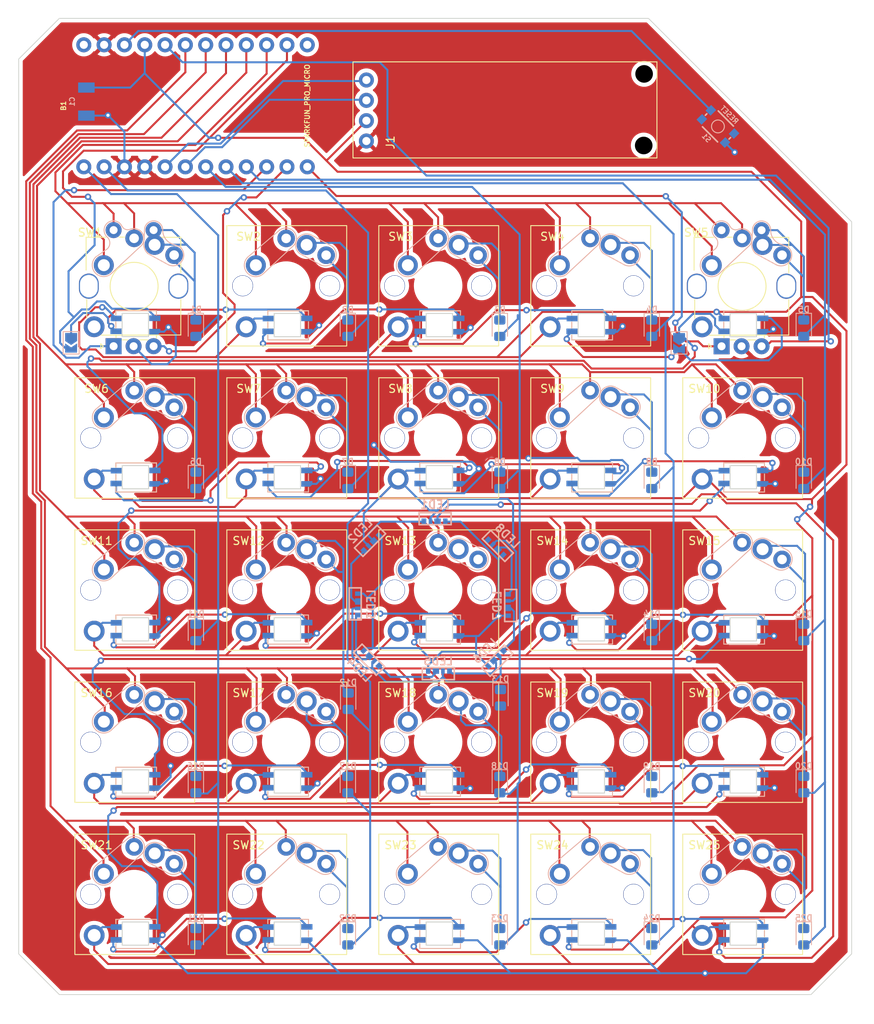
<source format=kicad_pcb>
(kicad_pcb (version 20211014) (generator pcbnew)
  (layers (0 "F.Cu" signal) (31 "B.Cu" signal) (34 "B.Paste" user) (35 "F.Paste" user) (36 "B.SilkS" user "B.Silkscreen") (37 "F.SilkS" user "F.Silkscreen") (38 "B.Mask" user) (39 "F.Mask" user) (44 "Edge.Cuts" user))
  (net 0 "")
  (net 1 "Row 0")
  (net 2 "Row 1")
  (net 3 "Row 2")
  (net 4 "Row 3")
  (net 5 "Row 4")
  (net 6 "Rot1 A")
  (net 10 "Col 4")
  (net 11 "Col 3")
  (net 12 "Col 2")
  (net 13 "Col1")
  (net 14 "Col 0")
  (net 15 "5V")
  (net 16 "Net-(B1-Pad22)")
  (net 17 "Earth")
  (net 19 "Net-(D1-PadA)")
  (net 20 "Rot1B")
  (net 21 "Rot 2 A")
  (net 22 "Rot2B")
  (net 23 "LED CONTROL")
  (net 24 "Ledthru")
  (net 25 "Net-(SW2-Pad4)")
  (net 26 "Net-(D2-PadA)")
  (net 27 "Net-(SW3-Pad4)")
  (net 28 "Net-(D4-PadA)")
  (net 29 "Net-(SW6-Pad4)")
  (net 30 "Net-(SW4-Pad4)")
  (net 31 "Net-(D5-PadA)")
  (net 32 "Net-(SW7-Pad4)")
  (net 33 "Net-(D6-PadA)")
  (net 34 "Net-(SW8-Pad4)")
  (net 35 "Net-(D7-PadA)")
  (net 36 "Net-(SW10-Pad5)")
  (net 37 "Net-(D8-PadA)")
  (net 38 "Net-(SW10-Pad4)")
  (net 39 "Net-(D9-PadA)")
  (net 40 "Net-(SW11-Pad4)")
  (net 41 "Net-(D10-PadA)")
  (net 42 "Net-(SW12-Pad4)")
  (net 43 "Net-(D11-PadA)")
  (net 44 "Net-(SW13-Pad4)")
  (net 45 "Net-(D12-PadA)")
  (net 46 "Net-(SW14-Pad4)")
  (net 47 "Net-(D13-PadA)")
  (net 48 "Net-(SW15-Pad4)")
  (net 49 "Net-(D14-PadA)")
  (net 50 "Net-(SW16-Pad4)")
  (net 51 "Net-(D15-PadA)")
  (net 52 "Net-(SW17-Pad4)")
  (net 53 "Net-(D16-PadA)")
  (net 54 "Net-(SW18-Pad4)")
  (net 55 "Net-(D17-PadA)")
  (net 56 "Net-(SW19-Pad4)")
  (net 57 "Net-(D18-PadA)")
  (net 58 "Net-(SW20-Pad4)")
  (net 59 "Net-(D19-PadA)")
  (net 60 "Net-(SW21-Pad4)")
  (net 61 "Net-(D20-PadA)")
  (net 62 "Net-(SW22-Pad4)")
  (net 63 "Net-(D21-PadA)")
  (net 64 "Net-(SW23-Pad4)")
  (net 65 "Net-(D22-PadA)")
  (net 66 "Net-(SW24-Pad4)")
  (net 67 "Net-(D23-PadA)")
  (net 68 "Net-(D3-PadA)")
  (net 69 "Net-(LED1-Pad4)")
  (net 70 "Net-(LED2-Pad4)")
  (net 71 "Net-(LED3-Pad4)")
  (net 72 "Ledthru2")
  (net 73 "Net-(LED5-Pad4)")
  (net 74 "Net-(LED6-Pad4)")
  (net 75 "Net-(LED7-Pad4)")
  (net 77 "SDA")
  (net 78 "SCL")
  (net 79 "Net-(D24-PadA)")
  (net 80 "Net-(D25-PadA)")
  (net 81 "Net-(SW1-Pad4)")
  (net 82 "Net-(SW5-Pad4)")
  (footprint "Custom:xX_Super_Heckin_Valid_Rotary_MX_Kailh_Hybrid_UwU_Xx" (layer "F.Cu") (at 127.0662 58.6132)
    (fp_text reference "SW1")
    (fp_text value "RotarySwitchLedHybrid" hide)
    (fp_rect (start -1.4982 3.3766) (end 1.8018 6.2766) (layer "Edge.Cuts") (width 0.12) (fill none))
  )
  (footprint "Custom:xX_Super_Heckin_Valid_MX_CHOC_SK6812MINIE_ONESIDE_KEYSWITCH_UwU_Xx" (layer "F.Cu") (at 203 96.42)
    (fp_text reference "SW15")
    (fp_text value "HECKIN_LED_SWITCH" hide)
    (fp_rect (start -1.422 3.5798) (end 1.878 6.4798) (layer "Edge.Cuts") (width 0.12) (fill none))
  )
  (footprint "Boards:SPARKFUN_PRO_MICRO" (layer "F.Cu") (at 133.477 36.067998 90)
    (fp_text reference "B1")
    (fp_text value "SPARKFUN_PRO_MICRO")
  )
  (footprint "Custom:xX_Super_Heckin_Valid_MX_CHOC_SK6812MINIE_ONESIDE_KEYSWITCH_UwU_Xx" (layer "F.Cu") (at 127 96.42)
    (fp_text reference "SW11")
    (fp_text value "HECKIN_LED_SWITCH" hide)
    (fp_rect (start -1.422 3.5798) (end 1.878 6.4798) (layer "Edge.Cuts") (width 0.12) (fill none))
  )
  (footprint "Custom:xX_Super_Heckin_Valid_MX_CHOC_SK6812MINIE_ONESIDE_KEYSWITCH_UwU_Xx" (layer "F.Cu") (at 203 115.42)
    (fp_text reference "SW20")
    (fp_text value "HECKIN_LED_SWITCH" hide)
    (fp_rect (start -1.422 3.5798) (end 1.878 6.4798) (layer "Edge.Cuts") (width 0.12) (fill none))
  )
  (footprint "Custom:xX_Super_Heckin_Valid_MX_CHOC_SK6812MINIE_ONESIDE_KEYSWITCH_UwU_Xx" (layer "F.Cu") (at 165 96.42)
    (fp_text reference "SW13")
    (fp_text value "HECKIN_LED_SWITCH" hide)
    (fp_rect (start -1.422 3.5798) (end 1.878 6.4798) (layer "Edge.Cuts") (width 0.12) (fill none))
  )
  (footprint "Custom:TINY OLED I2C" (layer "F.Cu") (at 154.432 36.576 -90)
    (fp_text reference "J1")
    (fp_text value "I2C_STANDARD_NO_SILK" hide)
  )
  (footprint "Custom:xX_Super_Heckin_Valid_MX_CHOC_SK6812MINIE_ONESIDE_KEYSWITCH_UwU_Xx" (layer "F.Cu") (at 184 134.42)
    (fp_text reference "SW24")
    (fp_text value "HECKIN_LED_SWITCH" hide)
    (fp_rect (start -1.422 3.5798) (end 1.878 6.4798) (layer "Edge.Cuts") (width 0.12) (fill none))
  )
  (footprint "Custom:xX_Super_Heckin_Valid_MX_CHOC_SK6812MINIE_ONESIDE_KEYSWITCH_UwU_Xx" (layer "F.Cu") (at 127 115.42)
    (fp_text reference "SW16")
    (fp_text value "HECKIN_LED_SWITCH" hide)
    (fp_rect (start -1.422 3.5798) (end 1.878 6.4798) (layer "Edge.Cuts") (width 0.12) (fill none))
  )
  (footprint "Custom:xX_Super_Heckin_Valid_MX_CHOC_SK6812MINIE_ONESIDE_KEYSWITCH_UwU_Xx" (layer "F.Cu") (at 165 58.42)
    (fp_text reference "SW3")
    (fp_text value "HECKIN_LED_SWITCH" hide)
    (fp_rect (start -1.422 3.5798) (end 1.878 6.4798) (layer "Edge.Cuts") (width 0.12) (fill none))
  )
  (footprint "Custom:xX_Super_Heckin_Valid_MX_CHOC_SK6812MINIE_ONESIDE_KEYSWITCH_UwU_Xx" (layer "F.Cu") (at 184 115.42)
    (fp_text reference "SW19")
    (fp_text value "HECKIN_LED_SWITCH" hide)
    (fp_rect (start -1.422 3.5798) (end 1.878 6.4798) (layer "Edge.Cuts") (width 0.12) (fill none))
  )
  (footprint "Custom:xX_Super_Heckin_Valid_MX_CHOC_SK6812MINIE_ONESIDE_KEYSWITCH_UwU_Xx" (layer "F.Cu") (at 184 77.42)
    (fp_text reference "SW9")
    (fp_text value "HECKIN_LED_SWITCH" hide)
    (fp_rect (start -1.422 3.5798) (end 1.878 6.4798) (layer "Edge.Cuts") (width 0.12) (fill none))
  )
  (footprint "Custom:xX_Super_Heckin_Valid_MX_CHOC_SK6812MINIE_ONESIDE_KEYSWITCH_UwU_Xx" (layer "F.Cu") (at 203 134.42)
    (fp_text reference "SW25")
    (fp_text value "HECKIN_LED_SWITCH" hide)
    (fp_rect (start -1.422 3.5798) (end 1.878 6.4798) (layer "Edge.Cuts") (width 0.12) (fill none))
  )
  (footprint "Custom:xX_Super_Heckin_Valid_MX_CHOC_SK6812MINIE_ONESIDE_KEYSWITCH_UwU_Xx" (layer "F.Cu") (at 127 77.42)
    (fp_text reference "SW6")
    (fp_text value "HECKIN_LED_SWITCH" hide)
    (fp_rect (start -1.422 3.5798) (end 1.878 6.4798) (layer "Edge.Cuts") (width 0.12) (fill none))
  )
  (footprint "Custom:xX_Super_Heckin_Valid_MX_CHOC_SK6812MINIE_ONESIDE_KEYSWITCH_UwU_Xx" (layer "F.Cu") (at 165 77.42)
    (fp_text reference "SW8")
    (fp_text value "HECKIN_LED_SWITCH" hide)
    (fp_rect (start -1.422 3.5798) (end 1.878 6.4798) (layer "Edge.Cuts") (width 0.12) (fill none))
  )
  (footprint "Custom:xX_Super_Heckin_Valid_MX_CHOC_SK6812MINIE_ONESIDE_KEYSWITCH_UwU_Xx" (layer "F.Cu") (at 165 134.42)
    (fp_text reference "SW23")
    (fp_text value "HECKIN_LED_SWITCH" hide)
    (fp_rect (start -1.422 3.5798) (end 1.878 6.4798) (layer "Edge.Cuts") (width 0.12) (fill none))
  )
  (footprint "Custom:xX_Super_Heckin_Valid_MX_CHOC_SK6812MINIE_ONESIDE_KEYSWITCH_UwU_Xx" (layer "F.Cu") (at 146 58.42)
    (fp_text reference "SW2")
    (fp_text value "HECKIN_LED_SWITCH" hide)
    (fp_rect (start -1.422 3.5798) (end 1.878 6.4798) (layer "Edge.Cuts") (width 0.12) (fill none))
  )
  (footprint "Custom:xX_Super_Heckin_Valid_MX_CHOC_SK6812MINIE_ONESIDE_KEYSWITCH_UwU_Xx" (layer "F.Cu") (at 146 96.42)
    (fp_text reference "SW12")
    (fp_text value "HECKIN_LED_SWITCH" hide)
    (fp_rect (start -1.422 3.5798) (end 1.878 6.4798) (layer "Edge.Cuts") (width 0.12) (fill none))
  )
  (footprint "Custom:xX_Super_Heckin_Valid_MX_CHOC_SK6812MINIE_ONESIDE_KEYSWITCH_UwU_Xx" (layer "F.Cu") (at 146 77.42)
    (fp_text reference "SW7")
    (fp_text value "HECKIN_LED_SWITCH" hide)
    (fp_rect (start -1.422 3.5798) (end 1.878 6.4798) (layer "Edge.Cuts") (width 0.12) (fill none))
  )
  (footprint "Custom:xX_Super_Heckin_Valid_MX_CHOC_SK6812MINIE_ONESIDE_KEYSWITCH_UwU_Xx" (layer "F.Cu") (at 127 134.42)
    (fp_text reference "SW21")
    (fp_text value "HECKIN_LED_SWITCH" hide)
    (fp_rect (start -1.422 3.5798) (end 1.878 6.4798) (layer "Edge.Cuts") (width 0.12) (fill none))
  )
  (footprint "Custom:xX_Super_Heckin_Valid_MX_CHOC_SK6812MINIE_ONESIDE_KEYSWITCH_UwU_Xx" (layer "F.Cu") (at 203 77.42)
    (fp_text reference "SW10")
    (fp_text value "HECKIN_LED_SWITCH" hide)
    (fp_rect (start -1.422 3.5798) (end 1.878 6.4798) (layer "Edge.Cuts") (width 0.12) (fill none))
  )
  (footprint "Custom:xX_Super_Heckin_Valid_MX_CHOC_SK6812MINIE_ONESIDE_KEYSWITCH_UwU_Xx" (layer "F.Cu") (at 184 96.42)
    (fp_text reference "SW14")
    (fp_text value "HECKIN_LED_SWITCH" hide)
    (fp_rect (start -1.422 3.5798) (end 1.878 6.4798) (layer "Edge.Cuts") (width 0.12) (fill none))
  )
  (footprint "Custom:xX_Super_Heckin_Valid_MX_CHOC_SK6812MINIE_ONESIDE_KEYSWITCH_UwU_Xx" (layer "F.Cu") (at 165 115.42)
    (fp_text reference "SW18")
    (fp_text value "HECKIN_LED_SWITCH" hide)
    (fp_rect (start -1.422 3.5798) (end 1.878 6.4798) (layer "Edge.Cuts") (width 0.12) (fill none))
  )
  (footprint "Custom:xX_Super_Heckin_Valid_MX_CHOC_SK6812MINIE_ONESIDE_KEYSWITCH_UwU_Xx" (layer "F.Cu") (at 146 134.42)
    (fp_text reference "SW22")
    (fp_text value "HECKIN_LED_SWITCH" hide)
    (fp_rect (start -1.422 3.5798) (end 1.878 6.4798) (layer "Edge.Cuts") (width 0.12) (fill none))
  )
  (footprint "Custom:xX_Super_Heckin_Valid_Rotary_MX_Kailh_Hybrid_UwU_Xx" (layer "F.Cu") (at 203.0762 58.6232)
    (fp_text reference "SW5")
    (fp_text value "RotarySwitchLedHybrid" hide)
    (fp_rect (start -1.4982 3.3766) (end 1.8018 6.2766) (layer "Edge.Cuts") (width 0.12) (fill none))
  )
  (footprint "Custom:xX_Super_Heckin_Valid_MX_CHOC_SK6812MINIE_ONESIDE_KEYSWITCH_UwU_Xx" (layer "F.Cu") (at 146 115.42)
    (fp_text reference "SW17")
    (fp_text value "HECKIN_LED_SWITCH" hide)
    (fp_rect (start -1.422 3.5798) (end 1.878 6.4798) (layer "Edge.Cuts") (width 0.12) (fill none))
  )
  (footprint "Custom:xX_Super_Heckin_Valid_MX_CHOC_SK6812MINIE_ONESIDE_KEYSWITCH_UwU_Xx" (layer "F.Cu") (at 184 58.42)
    (fp_text reference "SW4")
    (fp_text value "HECKIN_LED_SWITCH" hide)
    (fp_rect (start -1.422 3.5798) (end 1.878 6.4798) (layer "Edge.Cuts") (width 0.12) (fill none))
  )
  (footprint "Custom:D_0805_2012Metric_Pad1.15x1.40mm_HandSolder" (layer "B.Cu") (at 134.79 101.8425 -90)
    (fp_text reference "D11")
    (fp_text value "DIODE-1N4148" hide)
  )
  (footprint "Capacitors:1210" (layer "B.Cu") (at 121.1 35.54 -90)
    (fp_text reference "C1")
    (fp_text value "C_Polarized_1000uf" hide)
  )
  (footprint "Keebio-Parts:WS2812B-4020" (layer "B.Cu") (at 165.1 106.98)
    (fp_text reference "LED5")
    (fp_text value "LED_SK6812" hide)
  )
  (footprint "Custom:D_0805_2012Metric_Pad1.15x1.40mm_HandSolder" (layer "B.Cu") (at 191.79 82.8425 -90)
    (fp_text reference "D9")
    (fp_text value "DIODE-1N4148" hide)
  )
  (footprint "Switches:TACTILE_SWITCH_SMD_4.6X2.8MM" (layer "B.Cu") (at 200.06 38.64 -45)
    (fp_text reference "S1")
    (fp_text value "RESET")
  )
  (footprint "Custom:D_0805_2012Metric_Pad1.15x1.40mm_HandSolder" (layer "B.Cu") (at 134.79 120.8425 -90)
    (fp_text reference "D16")
    (fp_text value "DIODE-1N4148" hide)
  )
  (footprint "Custom:D_0805_2012Metric_Pad1.15x1.40mm_HandSolder" (layer "B.Cu") (at 191.79 63.8425 -90)
    (fp_text reference "D4")
    (fp_text value "DIODE-1N4148" hide)
  )
  (footprint "Custom:D_0805_2012Metric_Pad1.15x1.40mm_HandSolder" (layer "B.Cu") (at 134.79 139.8425 -90)
    (fp_text reference "D21")
    (fp_text value "DIODE-1N4148" hide)
  )
  (footprint "Custom:D_0805_2012Metric_Pad1.15x1.40mm_HandSolder" (layer "B.Cu") (at 134.79 82.8425 -90)
    (fp_text reference "D6")
    (fp_text value "DIODE-1N4148" hide)
  )
  (footprint "Keebio-Parts:WS2812B-4020" (layer "B.Cu") (at 154.71 98.27 -90)
    (fp_text reference "LED3")
    (fp_text value "LED_SK6812" hide)
  )
  (footprint "Custom:D_0805_2012Metric_Pad1.15x1.40mm_HandSolder" (layer "B.Cu") (at 172.79 139.8425 -90)
    (fp_text reference "D23")
    (fp_text value "DIODE-1N4148" hide)
  )
  (footprint "Keebio-Parts:WS2812B-4020" (layer "B.Cu") (at 174.15 98.47 90)
    (fp_text reference "LED7")
    (fp_text value "LED_SK6812" hide)
  )
  (footprint "Custom:D_0805_2012Metric_Pad1.15x1.40mm_HandSolder" (layer "B.Cu") (at 210.79 63.8425 -90)
    (fp_text reference "D5")
    (fp_text value "DIODE-1N4148" hide)
  )
  (footprint "Custom:D_0805_2012Metric_Pad1.15x1.40mm_HandSolder" (layer "B.Cu") (at 153.83 110.43 -90)
    (fp_text reference "D12")
    (fp_text value "DIODE-1N4148" hide)
  )
  (footprint "Custom:D_0805_2012Metric_Pad1.15x1.40mm_HandSolder" (layer "B.Cu") (at 191.79 120.8425 -90)
    (fp_text reference "D19")
    (fp_text value "DIODE-1N4148" hide)
  )
  (footprint "Custom:D_0805_2012Metric_Pad1.15x1.40mm_HandSolder" (layer "B.Cu") (at 153.79 82.8425 -90)
    (fp_text reference "D7")
    (fp_text value "DIODE-1N4148" hide)
  )
  (footprint "Custom:D_0805_2012Metric_Pad1.15x1.40mm_HandSolder" (layer "B.Cu") (at 210.79 101.8425 -90)
    (fp_text reference "D15")
    (fp_text value "DIODE-1N4148" hide)
  )
  (footprint "Custom:D_0805_2012Metric_Pad1.15x1.40mm_HandSolder" (layer "B.Cu") (at 172.79 63.8425 -90)
    (fp_text reference "D3")
    (fp_text value "DIODE-1N4148" hide)
  )
  (footprint "Custom:D_0805_2012Metric_Pad1.15x1.40mm_HandSolder" (layer "B.Cu") (at 210.79 120.8425 -90)
    (fp_text reference "D20")
    (fp_text value "DIODE-1N4148" hide)
  )
  (footprint "Keebio-Parts:WS2812B-4020" (layer "B.Cu") (at 156.45 105.24 -45)
    (fp_text reference "LED4")
    (fp_text value "LED_SK6812" hide)
  )
  (footprint "Custom:D_0805_2012Metric_Pad1.15x1.40mm_HandSolder" (layer "B.Cu") (at 191.79 139.8425 -90)
    (fp_text reference "D24")
    (fp_text value "DIODE-1N4148" hide)
  )
  (footprint "Custom:D_0805_2012Metric_Pad1.15x1.40mm_HandSolder" (layer "B.Cu") (at 210.79 139.8425 -90)
    (fp_text reference "D25")
    (fp_text value "DIODE-1N4148" hide)
  )
  (footprint "Custom:D_0805_2012Metric_Pad1.15x1.40mm_HandSolder" (layer "B.Cu") (at 153.79 120.8425 -90)
    (fp_text reference "D17")
    (fp_text value "DIODE-1N4148" hide)
  )
  (footprint "Custom:D_0805_2012Metric_Pad1.15x1.40mm_HandSolder" (layer "B.Cu") (at 134.79 63.8425 -90)
    (fp_text reference "D1")
    (fp_text value "DIODE-1N4148" hide)
  )
  (footprint "Keebio-Parts:WS2812B-4020" (layer "B.Cu") (at 172.47 105.37 45)
    (fp_text reference "LED6")
    (fp_text value "LED_SK6812" hide)
  )
  (footprint "Custom:D_0805_2012Metric_Pad1.15x1.40mm_HandSolder" (layer "B.Cu") (at 210.79 82.8425 -90)
    (fp_text reference "D10")
    (fp_text value "DIODE-1N4148" hide)
  )
  (footprint "Custom:D_0805_2012Metric_Pad1.15x1.40mm_HandSolder" (layer "B.Cu") (at 191.79 101.8425 -90)
    (fp_text reference "D14")
    (fp_text value "DIODE-1N4148" hide)
  )
  (footprint "Keebio-Parts:WS2812B-4020" (layer "B.Cu") (at 172.54 91.03 135)
    (fp_text reference "LED8")
    (fp_text value "LED_SK6812" hide)
  )
  (footprint "Custom:D_0805_2012Metric_Pad1.15x1.40mm_HandSolder" (layer "B.Cu") (at 153.79 139.8425 -90)
    (fp_text reference "D22")
    (fp_text value "DIODE-1N4148" hide)
  )
  (footprint "Custom:D_0805_2012Metric_Pad1.15x1.40mm_HandSolder" (layer "B.Cu") (at 172.79 82.8425 -90)
    (fp_text reference "D8")
    (fp_text value "DIODE-1N4148" hide)
  )
  (footprint "Custom:D_0805_2012Metric_Pad1.15x1.40mm_HandSolder" (layer "B.Cu") (at 153.79 63.8425 -90)
    (fp_text reference "D2")
    (fp_text value "DIODE-1N4148" hide)
  )
  (footprint "Keebio-Parts:WS2812B-4020" (layer "B.Cu") (at 156.563274 90.396396 -135)
    (fp_text reference "LED2")
    (fp_text value "LED_SK6812" hide)
  )
  (footprint "Custom:D_0805_2012Metric_Pad1.15x1.40mm_HandSolder" (layer "B.Cu") (at 172.79 120.8425 -90)
    (fp_text reference "D18")
    (fp_text value "DIODE-1N4148" hide)
  )
  (footprint "Custom:D_0805_2012Metric_Pad1.15x1.40mm_HandSolder" (layer "B.Cu") (at 172.87 110.0025 -90)
    (fp_text reference "D13")
    (fp_text value "DIODE-1N4148" hide)
  )
  (footprint "Keebio-Parts:WS2812B-4020" (layer "B.Cu") (at 164.7 87.63 180)
    (fp_text reference "LED1")
    (fp_text value "LED_SK6812" hide)
  )
  (gr_poly locked (pts (xy 117.715005 147.066) (xy 211.695003 147.066001) (xy 216.775004 141.986) (xy 216.775004 50.545998) (xy 191.375004 25.146002) (xy 117.715005 25.146) (xy 112.635004 30.225998) (xy 112.635004 141.986)) (layer "Edge.Cuts") (width 0.1) (fill none))
  (segment (start 118.73 48.23) (end 123.1 48.23) (width 0.25) (layer "F.Cu") (net 1))
  (segment (start 117.23 46.73) (end 117.23 44.39) (width 0.25) (layer "F.Cu") (net 1))
  (segment (start 124.503 51.5882) (end 124.503 49.533) (width 0.25) (layer "F.Cu") (net 1))
  (segment (start 199.29 55.98) (end 199.29 53.61) (width 0.25) (layer "F.Cu") (net 1))
  (segment (start 118.73 48.23) (end 123.28 52.78) (width 0.25) (layer "F.Cu") (net 1))
  (segment (start 161.29 55.98) (end 161.29 50.58) (width 0.25) (layer "F.Cu") (net 1))
  (segment (start 146.0776 50.5076) (end 143.8 48.23) (width 0.25) (layer "F.Cu") (net 1))
  (segment (start 184.0776 52.623) (end 184.0776 49.9976) (width 0.25) (layer "F.Cu") (net 1))
  (segment (start 139.6 48.23) (end 143.8 48.23) (width 0.25) (layer "F.Cu") (net 1))
  (segment (start 134.73 40.95) (end 143.637 32.043) (width 0.25) (layer "F.Cu") (net 1))
  (segment (start 125.79 48.23) (end 139.6 48.23) (width 0.25) (layer "F.Cu") (net 1))
  (segment (start 199.29 53.61) (end 193.91 48.23) (width 0.25) (layer "F.Cu") (net 1))
  (segment (start 200.513 51.5982) (end 197.21 48.2952) (width 0.25) (layer "F.Cu") (net 1))
  (segment (start 197.21 48.2952) (end 197.21 48.23) (width 0.25) (layer "F.Cu") (net 1))
  (segment (start 143.8 48.23) (end 158.94 48.23) (width 0.25) (layer "F.Cu") (net 1))
  (segment (start 165.0776 49.9876) (end 163.32 48.23) (width 0.25) (layer "F.Cu") (net 1))
  (segment (start 178.47 48.23) (end 182.31 48.23) (width 0.25) (layer "F.Cu") (net 1))
  (segment (start 180.29 55.98) (end 180.29 50.05) (width 0.25) (layer "F.Cu") (net 1))
  (segment (start 123.1 48.23) (end 125.79 48.23) (width 0.25) (layer "F.Cu") (net 1))
  (segment (start 124.503 49.533) (end 123.2 48.23) (width 0.25) (layer "F.Cu") (net 1))
  (segment (start 142.29 55.98) (end 142.29 50.92) (width 0.25) (layer "F.Cu") (net 1))
  (segment (start 120.67 40.95) (end 134.73 40.95) (width 0.25) (layer "F.Cu") (net 1))
  (segment (start 142.29 50.92) (end 139.6 48.23) (width 0.25) (layer "F.Cu") (net 1))
  (segment (start 158.94 48.23) (end 163.32 48.23) (width 0.25) (layer "F.Cu") (net 1))
  (segment (start 143.637 32.043) (end 143.637 28.447998) (width 0.25) (layer "F.Cu") (net 1))
  (segment (start 146.0776 52.623) (end 146.0776 50.5076) (width 0.25) (layer "F.Cu") (net 1))
  (segment (start 203.0776 50.8576) (end 203.0776 52.623) (width 0.25) (layer "F.Cu") (net 1))
  (segment (start 161.29 50.58) (end 158.94 48.23) (width 0.25) (layer "F.Cu") (net 1))
  (segment (start 127.0676 52.613) (end 127.0676 49.5076) (width 0.25) (layer "F.Cu") (net 1))
  (segment (start 182.31 48.23) (end 200.45 48.23) (width 0.25) (layer "F.Cu") (net 1))
  (segment (start 117.23 44.39) (end 120.67 40.95) (width 0.25) (layer "F.Cu") (net 1))
  (segment (start 127.0676 49.5076) (end 125.79 48.23) (width 0.25) (layer "F.Cu") (net 1))
  (segment (start 200.45 48.23) (end 203.0776 50.8576) (width 0.25) (layer "F.Cu") (net 1))
  (segment (start 163.32 48.23) (end 178.47 48.23) (width 0.25) (layer "F.Cu") (net 1))
  (segment (start 184.0776 49.9976) (end 182.31 48.23) (width 0.25) (layer "F.Cu") (net 1))
  (segment (start 165.0776 52.623) (end 165.0776 49.9876) (width 0.25) (layer "F.Cu") (net 1))
  (segment (start 180.29 50.05) (end 178.47 48.23) (width 0.25) (layer "F.Cu") (net 1))
  (segment (start 118.73 48.23) (end 117.23 46.73) (width 0.25) (layer "F.Cu") (net 1))
  (segment (start 123.28 55.97) (end 123.28 52.78) (width 0.25) (layer "F.Cu") (net 1))
  (segment (start 196.825 68.355) (end 199.8096 68.355) (width 0.25) (layer "F.Cu") (net 2))
  (segment (start 132.50952 40.50048) (end 141.097 31.913) (width 0.25) (layer "F.Cu") (net 2))
  (segment (start 161.29 69.76) (end 159.885 68.355) (width 0.25) (layer "F.Cu") (net 2))
  (segment (start 141.097 31.913) (end 141.097 28.447998) (width 0.25) (layer "F.Cu") (net 2))
  (segment (start 126.115 68.355) (end 141.065 68.355) (width 0.25) (layer "F.Cu") (net 2))
  (segment (start 195.85 69.33) (end 196.825 68.355) (width 0.25) (layer "F.Cu") (net 2))
  (segment (start 146.0776 69.5376) (end 144.895 68.355) (width 0.25) (layer "F.Cu") (net 2))
  (segment (start 119.91 41.07) (end 120.47952 40.50048) (width 0.25) (layer "F.Cu") (net 2))
  (segment (start 144.895 68.355) (end 163.665 68.355) (width 0.25) (layer "F.Cu") (net 2))
  (segment (start 114.92856 46.055723) (end 119.91 41.074283) (width 0.25) (layer "F.Cu") (net 2))
  (segment (start 146.0776 71.623) (end 146.0776 69.5376) (width 0.25) (layer "F.Cu") (net 2))
  (segment (start 199.29 70.82) (end 196.825 68.355) (width 0.25) (layer "F.Cu") (net 2))
  (segment (start 165.0776 69.7676) (end 163.665 68.355) (width 0.25) (layer "F.Cu") (net 2))
  (segment (start 127.0776 71.623) (end 127.0776 69.3176) (width 0.25) (layer "F.Cu") (net 2))
  (segment (start 142.29 74.98) (end 142.29 69.58) (width 0.25) (layer "F.Cu") (net 2))
  (segment (start 180.29 74.98) (end 180.29 69.67) (width 0.25) (layer "F.Cu") (net 2))
  (segment (start 165.0776 71.623) (end 165.0776 69.7676) (width 0.25) (layer "F.Cu") (net 2))
  (segment (start 184.0776 71.623) (end 184.0776 69.3376) (width 0.25) (layer "F.Cu") (net 2))
  (segment (start 199.29 74.98) (end 199.29 70.82) (width 0.25) (layer "F.Cu") (net 2))
  (segment (start 141.065 68.355) (end 144.895 68.355) (width 0.25) (layer "F.Cu") (net 2))
  (segment (start 142.29 69.58) (end 141.065 68.355) (width 0.25) (layer "F.Cu") (net 2))
  (segment (start 114.92856 64.77856) (end 114.92856 46.055723) (width 0.25) (layer "F.Cu") (net 2))
  (segment (start 183.095 68.355) (end 184.0776 69.3376) (width 0.25) (layer "F.Cu") (net 2))
  (segment (start 120.47952 40.50048) (end 132.50952 40.50048) (width 0.25) (layer "F.Cu") (net 2))
  (segment (start 123.29 74.98) (end 123.29 73.14) (width 0.25) (layer "F.Cu") (net 2))
  (segment (start 199.8096 68.355) (end 203.0776 71.623) (width 0.25) (layer "F.Cu") (net 2))
  (segment (start 127.0776 69.3176) (end 126.115 68.355) (width 0.25) (layer "F.Cu") (net 2))
  (segment (start 178.975 68.355) (end 183.095 68.355) (width 0.25) (layer "F.Cu") (net 2))
  (segment (start 123.29 73.14) (end 118.505 68.355) (width 0.25) (layer "F.Cu") (net 2))
  (segment (start 161.29 74.98) (end 161.29 69.76) (width 0.25) (layer "F.Cu") (net 2))
  (segment (start 119.91 41.074283) (end 119.91 41.07) (width 0.25) (layer "F.Cu") (net 2))
  (segment (start 126.115 68.355) (end 118.505 68.355) (width 0.25) (layer "F.Cu") (net 2))
  (segment (start 180.29 69.67) (end 178.975 68.355) (width 0.25) (layer "F.Cu") (net 2))
  (segment (start 163.665 68.355) (end 178.975 68.355) (width 0.25) (layer "F.Cu") (net 2))
  (segment (start 184.07 69.33) (end 195.85 69.33) (width 0.25) (layer "F.Cu") (net 2))
  (segment (start 118.505 68.355) (end 114.92856 64.77856) (width 0.25) (layer "F.Cu") (net 2))
  (segment (start 141.115 87.365) (end 144.945 87.365) (width 0.25) (layer "F.Cu") (net 3))
  (segment (start 183.145 87.365) (end 196.875 87.365) (width 0.25) (layer "F.Cu") (net 3))
  (segment (start 146.1276 90.633) (end 146.1276 88.5476) (width 0.25) (layer "F.Cu") (net 3))
  (segment (start 180.34 88.68) (end 179.025 87.365) (width 0.25) (layer "F.Cu") (net 3))
  (segment (start 196.875 87.365) (end 199.8596 87.365) (width 0.25) (layer "F.Cu") (net 3))
  (segment (start 199.34 93.99) (end 199.34 89.83) (width 0.25) (layer "F.Cu") (net 3))
  (segment (start 126.165 87.365) (end 118.555 87.365) (width 0.25) (layer "F.Cu") (net 3))
  (segment (start 115.300009 84.110009) (end 115.300009 65.785727) (width 0.25) (layer "F.Cu") (net 3))
  (segment (start 127.1276 90.633) (end 127.1276 88.3276) (width 0.25) (layer "F.Cu") (net 3))
  (segment (start 120.293322 40.05096) (end 130.48904 40.05096) (width 0.25) (layer "F.Cu") (net 3))
  (segment (start 184.1276 88.3476) (end 183.145 87.365) (width 0.25) (layer "F.Cu") (net 3))
  (segment (start 138.557 31.983) (end 138.557 28.447998) (width 0.25) (layer "F.Cu") (net 3))
  (segment (start 144.945 87.365) (end 179.025 87.365) (width 0.25) (layer "F.Cu") (net 3))
  (segment (start 165.1276 90.633) (end 165.1276 88.7776) (width 0.25) (layer "F.Cu") (net 3))
  (segment (start 114.47904 64.964758) (end 114.47904 45.869539) (width 0.25) (layer "F.Cu") (net 3))
  (segment (start 199.34 89.83) (end 196.875 87.365) (width 0.25) (layer "F.Cu") (net 3))
  (segment (start 142.34 93.99) (end 142.34 88.59) (width 0.25) (layer "F.Cu") (net 3))
  (segment (start 199.8596 87.365) (end 203.1276 90.633) (width 0.25) (layer "F.Cu") (net 3))
  (segment (start 142.34 88.59) (end 141.115 87.365) (width 0.25) (layer "F.Cu") (net 3))
  (segment (start 118.555 87.365) (end 115.300009 84.110009) (width 0.25) (layer "F.Cu") (net 3))
  (segment (start 123.34 93.99) (end 123.34 92.15) (width 0.25) (layer "F.Cu") (net 3))
  (segment (start 126.165 87.365) (end 141.115 87.365) (width 0.25) (layer "F.Cu") (net 3))
  (segment (start 115.57 44.778564) (end 116.664282 43.684282) (width 0.25) (layer "F.Cu") (net 3))
  (segment (start 116.664282 43.68) (end 120.293322 40.05096) (width 0.25) (layer "F.Cu") (net 3))
  (segment (start 161.34 93.99) (end 161.34 88.77) (width 0.25) (layer "F.Cu") (net 3))
  (segment (start 123.34 92.15) (end 118.555 87.365) (width 0.25) (layer "F.Cu") (net 3))
  (segment (start 161.34 88.77) (end 159.935 87.365) (width 0.25) (layer "F.Cu") (net 3))
  (segment (start 146.1276 88.5476) (end 144.945 87.365) (width 0.25) (layer "F.Cu") (net 3))
  (segment (start 127.1276 88.3276) (end 126.165 87.365) (width 0.25) (layer "F.Cu") (net 3))
  (segment (start 115.57 44.778579) (end 115.57 44.778564) (width 0.25) (layer "F.Cu") (net 3))
  (segment (start 184.1276 90.633) (end 184.1276 88.3476) (width 0.25) (layer "F.Cu") (net 3))
  (segment (start 130.48904 40.05096) (end 138.557 31.983) (width 0.25) (layer "F.Cu") (net 3))
  (segment (start 116.664282 43.684282) (end 116.664282 43.68) (width 0.25) (layer "F.Cu") (net 3))
  (segment (start 115.300009 65.785727) (end 114.47904 64.964758) (width 0.25) (layer "F.Cu") (net 3))
  (segment (start 165.1276 88.7776) (end 163.715 87.365) (width 0.25) (layer "F.Cu") (net 3))
  (segment (start 179.025 87.365) (end 183.145 87.365) (width 0.25) (layer "F.Cu") (net 3))
  (segment (start 114.47904 45.869539) (end 115.57 44.778579) (width 0.25) (layer "F.Cu") (net 3))
  (segment (start 180.34 93.99) (end 180.34 88.68) (width 0.25) (layer "F.Cu") (net 3))
  (segment (start 128.29856 39.60144) (end 136.017 31.883) (width 0.25) (layer "F.Cu") (net 4))
  (segment (start 184.1776 107.3176) (end 183.195 106.335) (width 0.25) (layer "F.Cu") (net 4))
  (segment (start 115.12048 44.592395) (end 115.12048 44.588085) (width 0.25) (layer "F.Cu") (net 4))
  (segment (start 199.39 108.8) (end 196.925 106.335) (width 0.25) (layer "F.Cu") (net 4))
  (segment (start 144.995 106.335) (end 163.765 106.335) (width 0.25) (layer "F.Cu") (net 4))
  (segment (start 127.1776 109.603) (end 127.1776 107.2976) (width 0.25) (layer "F.Cu") (net 4))
  (segment (start 161.39 107.74) (end 159.985 106.335) (width 0.25) (layer "F.Cu") (net 4))
  (segment (start 136.017 31.883) (end 136.017 28.447998) (width 0.25) (layer "F.Cu") (net 4))
  (segment (start 165.1776 109.603) (end 165.1776 107.7476) (width 0.25) (layer "F.Cu") (net 4))
  (segment (start 127.1776 107.2976) (end 126.215 106.335) (width 0.25) (layer "F.Cu") (net 4))
  (segment (start 163.765 106.335) (end 179.075 106.335) (width 0.25) (layer "F.Cu") (net 4))
  (segment (start 118.605 106.335) (end 115.91 103.64) (width 0.25) (layer "F.Cu") (net 4))
  (segment (start 179.075 106.335) (end 183.195 106.335) (width 0.25) (layer "F.Cu") (net 4))
  (segment (start 115.91 103.64) (end 115.91 85.355718) (width 0.25) (layer "F.Cu") (net 4))
  (segment (start 180.39 112.96) (end 180.39 107.65) (width 0.25) (layer "F.Cu") (net 4))
  (segment (start 199.9096 106.335) (end 203.1776 109.603) (width 0.25) (layer "F.Cu") (net 4))
  (segment (start 199.39 112.96) (end 199.39 108.8) (width 0.25) (layer "F.Cu") (net 4))
  (segment (start 184.1776 109.603) (end 184.1776 107.3176) (width 0.25) (layer "F.Cu") (net 4))
  (segment (start 180.39 107.65) (end 179.075 106.335) (width 0.25) (layer "F.Cu") (net 4))
  (segment (start 126.215 106.335) (end 118.605 106.335) (width 0.25) (layer "F.Cu") (net 4))
  (segment (start 142.39 112.96) (end 142.39 107.56) (width 0.25) (layer "F.Cu") (net 4))
  (segment (start 114.02952 45.683355) (end 115.12048 44.592395) (width 0.25) (layer "F.Cu") (net 4))
  (segment (start 123.39 111.12) (end 118.605 106.335) (width 0.25) (layer "F.Cu") (net 4))
  (segment (start 146.1776 109.603) (end 146.1776 107.5176) (width 0.25) (layer "F.Cu") (net 4))
  (segment (start 161.39 112.96) (end 161.39 107.74) (width 0.25) (layer "F.Cu") (net 4))
  (segment (start 196.925 106.335) (end 199.9096 106.335) (width 0.25) (layer "F.Cu") (net 4))
  (segment (start 142.39 107.56) (end 141.165 106.335) (width 0.25) (layer "F.Cu") (net 4))
  (segment (start 115.91 85.355718) (end 114.850489 84.296206) (width 0.25) (layer "F.Cu") (net 4))
  (segment (start 114.850489 84.296206) (end 114.850489 65.971925) (width 0.25) (layer "F.Cu") (net 4))
  (segment (start 120.107125 39.60144) (end 128.29856 39.60144) (width 0.25) (layer "F.Cu") (net 4))
  (segment (start 141.165 106.335) (end 144.995 106.335) (width 0.25) (layer "F.Cu") (net 4))
  (segment (start 183.195 106.335) (end 196.925 106.335) (width 0.25) (layer "F.Cu") (net 4))
  (segment (start 146.1776 107.5176) (end 144.995 106.335) (width 0.25) (layer "F.Cu") (net 4))
  (segment (start 114.850489 65.971925) (end 114.02952 65.150956) (width 0.25) (layer "F.Cu") (net 4))
  (segment (start 165.1776 107.7476) (end 163.765 106.335) (width 0.25) (layer "F.Cu") (net 4))
  (segment (start 114.02952 65.150956) (end 114.02952 45.683355) (width 0.25) (layer "F.Cu") (net 4))
  (segment (start 126.215 106.335) (end 141.165 106.335) (width 0.25) (layer "F.Cu") (net 4))
  (segment (start 123.39 112.96) (end 123.39 111.12) (width 0.25) (layer "F.Cu") (net 4))
  (segment (start 115.12048 44.588085) (end 120.107125 39.60144) (width 0.25) (layer "F.Cu") (net 4))
  (segment (start 146.0276 126.5376) (end 144.845 125.355) (width 0.25) (layer "F.Cu") (net 5))
  (segment (start 183.045 125.355) (end 196.775 125.355) (width 0.25) (layer "F.Cu") (net 5))
  (segment (start 199.24 127.82) (end 196.775 125.355) (width 0.25) (layer "F.Cu") (net 5))
  (segment (start 115.46048 85.541915) (end 114.400969 84.482403) (width 0.25) (layer "F.Cu") (net 5))
  (segment (start 113.58 65.337153) (end 113.58 45.492847) (width 0.25) (layer "F.Cu") (net 5))
  (segment (start 118.455 125.355) (end 116.62 123.52) (width 0.25) (layer "F.Cu") (net 5))
  (segment (start 127.0276 126.3176) (end 126.065 125.355) (width 0.25) (layer "F.Cu") (net 5))
  (segment (start 114.400969 84.482403) (end 114.400969 66.158123) (width 0.25) (layer "F.Cu") (net 5))
  (segment (start 133.477 31.873) (end 133.477 28.447998) (width 0.25) (layer "F.Cu") (net 5))
  (segment (start 142.24 126.58) (end 141.015 125.355) (width 0.25) (layer "F.Cu") (net 5))
  (segment (start 178.925 125.355) (end 183.045 125.355) (width 0.25) (layer "F.Cu") (net 5))
  (segment (start 165.0276 128.623) (end 165.0276 126.7676) (width 0.25) (layer "F.Cu") (net 5))
  (segment (start 115.46048 103.826197) (end 115.46048 85.541915) (width 0.25) (layer "F.Cu") (net 5))
  (segment (start 180.24 131.98) (end 180.24 126.67) (width 0.25) (layer "F.Cu") (net 5))
  (segment (start 180.24 126.67) (end 178.925 125.355) (width 0.25) (layer "F.Cu") (net 5))
  (segment (start 126.21 39.14) (end 133.477 31.873) (width 0.25) (layer "F.Cu") (net 5))
  (segment (start 184.0276 126.3376) (end 183.045 125.355) (width 0.25) (layer "F.Cu") (net 5))
  (segment (start 199.7596 125.355) (end 203.0276 128.623) (width 0.25) (layer "F.Cu") (net 5))
  (segment (start 126.065 125.355) (end 118.455 125.355) (width 0.25) (layer "F.Cu") (net 5))
  (segment (start 161.24 131.98) (end 161.24 126.76) (width 0.25) (layer "F.Cu") (net 5))
  (segment (start 144.845 125.355) (end 178.925 125.355) (width 0.25) (layer "F.Cu") (net 5))
  (segment (start 116.62 104.985718) (end 115.46048 103.826197) (width 0.25) (layer "F.Cu") (net 5))
  (segment (start 127.0276 128.623) (end 127.0276 126.3176) (width 0.25) (layer "F.Cu") (net 5))
  (segment (start 114.400969 66.158123) (end 113.58 65.337153) (width 0.25) (layer "F.Cu") (net 5))
  (segment (start 184.0276 128.623) (end 184.0276 126.3376) (width 0.25) (layer "F.Cu") (net 5))
  (segment (start 196.775 125.355) (end 199.7596 125.355) (width 0.25) (layer "F.Cu") (net 5))
  (segment (start 126.065 125.355) (end 141.015 125.355) (width 0.25) (layer "F.Cu") (net 5))
  (segment (start 199.24 131.98) (end 199.24 127.82) (width 0.25) (layer "F.Cu") (net 5))
  (segment (start 119.932847 39.14) (end 126.21 39.14) (width 0.25) (layer "F.Cu") (net 5))
  (segment (start 141.015 125.355) (end 144.845 125.355) (width 0.25) (layer "F.Cu") (net 5))
  (segment (start 113.58 45.492847) (end 119.932847 39.14) (width 0.25) (layer "F.Cu") (net 5))
  (segment (start 165.0276 126.7676) (end 163.615 125.355) (width 0.25) (layer "F.Cu") (net 5))
  (segment (start 123.24 130.14) (end 118.455 125.355) (width 0.25) (layer "F.Cu") (net 5))
  (segment (start 116.62 123.52) (end 116.62 104.985718) (width 0.25) (layer "F.Cu") (net 5))
  (segment (start 142.24 131.98) (end 142.24 126.58) (width 0.25) (layer "F.Cu") (net 5))
  (segment (start 146.0276 128.623) (end 146.0276 126.5376) (width 0.25) (layer "F.Cu") (net 5))
  (segment (start 123.24 131.98) (end 123.24 130.14) (width 0.25) (layer "F.Cu") (net 5))
  (segment (start 161.24 126.76) (end 159.835 125.355) (width 0.25) (layer "F.Cu") (net 5))
  (segment (start 140.724998 46.6) (end 119.56 46.6) (width 0.25) (layer "F.Cu") (net 6))
  (segment (start 143.637 43.687998) (end 140.724998 46.6) (width 0.25) (layer "F.Cu") (net 6))
  (via (at 119.56 46.6) (size 0.8) (drill 0.4) (layers "F.Cu" "B.Cu") (net 6))
  (segment (start 116.99 48.1) (end 116.99 65.94) (width 0.25) (layer "B.Cu") (net 6))
  (segment (start 118.49 46.6) (end 116.99 48.1) (width 0.25) (layer "B.Cu") (net 6))
  (segment (start 120.15 67.53) (end 121.5918 66.0882) (width 0.25) (layer "B.Cu") (net 6))
  (segment (start 121.5918 66.0882) (end 124.503 66.0882) (width 0.25) (layer "B.Cu") (net 6))
  (segment (start 116.99 65.94) (end 118.58 67.53) (width 0.25) (layer "B.Cu") (net 6))
  (segment (start 118.58 67.53) (end 120.15 67.53) (width 0.25) (layer "B.Cu") (net 6))
  (segment (start 119.56 46.6) (end 118.49 46.6) (width 0.25) (layer "B.Cu") (net 6))
  (segment (start 210.79 83.8675) (end 213.44 81.2175) (width 0.25) (layer "B.Cu") (net 10))
  (segment (start 206.57048 45.29048) (end 142.699482 45.29048) (width 0.25) (layer "B.Cu") (net 10))
  (segment (start 142.699482 45.29048) (end 141.097 43.687998) (width 0.25) (layer "B.Cu") (net 10))
  (segment (start 213.44 120.53) (end 213.44 138.62) (width 0.25) (layer "B.Cu") (net 10))
  (segment (start 213.44 138.62) (end 211.1925 140.8675) (width 0.25) (layer "B.Cu") (net 10))
  (segment (start 213.44 120.53) (end 213.44 52.16) (width 0.25) (layer "B.Cu") (net 10))
  (segment (start 212.1025 121.8675) (end 210.79 121.8675) (width 0.25) (layer "B.Cu") (net 10))
  (segment (start 213.44 52.16) (end 206.57048 45.29048) (width 0.25) (layer "B.Cu") (net 10))
  (segment (start 210.79 64.8675) (end 213.44 62.2175) (width 0.25) (layer "B.Cu") (net 10))
  (segment (start 210.79 102.8675) (end 213.44 100.2175) (width 0.25) (layer "B.Cu") (net 10))
  (segment (start 213.44 120.53) (end 212.1025 121.8675) (width 0.25) (layer "B.Cu") (net 10))
  (segment (start 140.609002 45.74) (end 138.557 43.687998) (width 0.25) (layer "B.Cu") (net 11))
  (segment (start 194.51 52.0825) (end 188.1675 45.74) (width 0.25) (layer "B.Cu") (net 11))
  (segment (start 191.86 64.79) (end 194.51 62.14) (width 0.25) (layer "B.Cu") (net 11))
  (segment (start 188.1675 45.74) (end 140.609002 45.74) (width 0.25) (layer "B.Cu") (net 11))
  (segment (start 194.51 62.14) (end 194.51 52.0825) (width 0.25) (layer "B.Cu") (net 11))
  (segment (start 194.51 120.4525) (end 194.51 138.5425) (width 0.25) (layer "B.Cu") (net 11))
  (segment (start 194.51 80.4725) (end 194.51 120.4525) (width 0.25) (layer "B.Cu") (net 11))
  (segment (start 193.51 79.4725) (end 194.51 80.4725) (width 0.25) (layer "B.Cu") (net 11))
  (segment (start 194.51 138.5425) (end 192.2625 140.79) (width 0.25) (layer "B.Cu") (net 11))
  (segment (start 193.1725 121.79) (end 191.86 121.79) (width 0.25) (layer "B.Cu") (net 11))
  (segment (start 193.51 63.14) (end 193.51 79.4725) (width 0.25) (layer "B.Cu") (net 11))
  (segment (start 191.86 83.79) (end 194.51 81.14) (width 0.25) (layer "B.Cu") (net 11))
  (segment (start 191.86 102.79) (end 194.51 100.14) (width 0.25) (layer "B.Cu") (net 11))
  (segment (start 194.51 120.4525) (end 193.1725 121.79) (width 0.25) (layer "B.Cu") (net 11))
  (segment (start 174.03 121.98) (end 175.02 120.99) (width 0.25) (layer "B.Cu") (net 12))
  (segment (start 172.75 121.98) (end 174.03 121.98) (width 0.25) (layer "B.Cu") (net 12))
  (segment (start 172.75 64.98) (end 175.03 62.7) (width 0.25) (layer "B.Cu") (net 12))
  (segment (start 172.75 83.98) (end 175.02 81.71) (width 0.25) (layer "B.Cu") (net 12))
  (segment (start 169.31702 46.18952) (end 175.26951 52.14201) (width 0.25) (layer "B.Cu") (net 12))
  (segment (start 175.02 81.71) (end 175.02 81.68) (width 0.25) (layer "B.Cu") (net 12))
  (segment (start 175.02 120.99) (end 175.02 120.75) (width 0.25) (layer "B.Cu") (net 12))
  (segment (start 175.02 139.1125) (end 173.1525 140.98) (width 0.25) (layer "B.Cu") (net 12))
  (segment (start 175.02 120.75) (end 175.02 139.1125) (width 0.25) (layer "B.Cu") (net 12))
  (segment (start 138.518522 46.18952) (end 169.31702 46.18952) (width 0.25) (layer "B.Cu") (net 12))
  (segment (start 175.26951 52.14201) (end 175.26951 120.50049) (width 0.25) (layer "B.Cu") (net 12))
  (segment (start 136.017 43.687998) (end 138.518522 46.18952) (width 0.25) (layer "B.Cu") (net 12))
  (segment (start 175.26951 120.50049) (end 175.02 120.75) (width 0.25) (layer "B.Cu") (net 12))
  (segment (start 175.03 62.7) (end 175.03 62.21) (width 0.25) (layer "B.Cu") (net 12))
  (segment (start 153.93 64.87) (end 156.32 62.48) (width 0.25) (layer "B.Cu") (net 13))
  (segment (start 153.83 111.455) (end 156.57 114.195) (width 0.25) (layer "B.Cu") (net 13))
  (segment (start 123.317 43.687998) (end 126.268042 46.63904) (width 0.25) (layer "B.Cu") (net 13))
  (segment (start 153.740489 105.176193) (end 156.58 108.015704) (width 0.25) (layer "B.Cu") (net 13))
  (segment (start 156.32 62.48) (end 156.32 61.83) (width 0.25) (layer "B.Cu") (net 13))
  (segment (start 156.58 138.6225) (end 154.3325 140.87) (width 0.25) (layer "B.Cu") (net 13))
  (segment (start 156.58 108.015704) (end 156.58 124.42) (width 0.25) (layer "B.Cu") (net 13))
  (segment (start 154.0275 121.8675) (end 156.58 124.42) (width 0.25) (layer "B.Cu") (net 13))
  (segment (start 153.93 83.87) (end 156.58 81.22) (width 0.25) (layer "B.Cu") (net 13))
  (segment (start 126.268042 46.63904) (end 151.05654 46.63904) (width 0.25) (layer "B.Cu") (net 13))
  (segment (start 151.05654 46.63904) (end 156.325499 51.907999) (width 0.25) (layer "B.Cu") (net 13))
  (segment (start 156.325499 51.907999) (end 156.325499 85.704501) (width 0.25) (layer "B.Cu") (net 13))
  (segment (start 156.325499 85.704501) (end 153.740489 88.289511) (width 0.25) (layer "B.Cu") (net 13))
  (segment (start 153.740489 88.289511) (end 153.740489 105.176193) (width 0.25) (layer "B.Cu") (net 13))
  (segment (start 156.58 124.42) (end 156.58 138.6225) (width 0.25) (layer "B.Cu") (net 13))
  (segment (start 134.93 83.95) (end 137.58 81.3) (width 0.25) (layer "B.Cu") (net 14))
  (segment (start 132.42606 47.08856) (end 124.177562 47.08856) (width 0.25) (layer "B.Cu") (net 14))
  (segment (start 137.58 120.6125) (end 136.2425 121.95) (width 0.25) (layer "B.Cu") (net 14))
  (segment (start 137.58 120.6125) (end 137.58 138.7025) (width 0.25) (layer "B.Cu") (net 14))
  (segment (start 136.2425 121.95) (end 134.93 121.95) (width 0.25) (layer "B.Cu") (net 14))
  (segment (start 137.58 52.2425) (end 132.42606 47.08856) (width 0.25) (layer "B.Cu") (net 14))
  (segment (start 134.93 64.95) (end 137.58 62.3) (width 0.25) (layer "B.Cu") (net 14))
  (segment (start 137.58 120.6125) (end 137.58 52.2425) (width 0.25) (layer "B.Cu") (net 14))
  (segment (start 124.177562 47.08856) (end 120.777 43.687998) (width 0.25) (layer "B.Cu") (net 14))
  (segment (start 134.93 102.95) (end 137.58 100.3) (width 0.25) (layer "B.Cu") (net 14))
  (segment (start 137.58 138.7025) (end 135.3325 140.95) (width 0.25) (layer "B.Cu") (net 14))
  (segment (start 199.9 61.79) (end 208.62 61.79) (width 0.25) (layer "F.Cu") (net 15))
  (segment (start 137.29464 67.45596) (end 141.0776 63.673) (width 0.25) (layer "F.Cu") (net 15))
  (segment (start 140.744511 85.065489) (end 195.685111 85.065489) (width 0.25) (layer "F.Cu") (net 15))
  (segment (start 122.0776 139.673) (end 122.0776 141.511477) (width 0.25) (layer "F.Cu") (net 15))
  (segment (start 160.0776 120.673) (end 157.56012 123.19048) (width 0.25) (layer "F.Cu") (net 15))
  (segment (start 194.44048 123.19048) (end 187.78 123.19048) (width 0.25) (layer "F.Cu") (net 15))
  (segment (start 127.76048 86.17048) (end 126.73 85.14) (width 0.25) (layer "F.Cu") (net 15))
  (segment (start 195.56012 123.19048) (end 194.44048 123.19048) (width 0.25) (layer "F.Cu") (net 15))
  (segment (start 160.0776 82.673) (end 157.685111 85.065489) (width 0.25) (layer "F.Cu") (net 15))
  (segment (start 198.0776 120.673) (end 195.56012 123.19048) (width 0.25) (layer "F.Cu") (net 15))
  (segment (start 179.0776 101.673) (end 176.05012 104.70048) (width 0.25) (layer "F.Cu") (net 15))
  (segment (start 164.05 123.11232) (end 163.97184 123.19048) (width 0.25) (layer "F.Cu") (net 15))
  (segment (start 148.26 40.06) (end 152.5 44.3) (width 0.25) (layer "F.Cu") (net 15))
  (segment (start 198.0776 139.673) (end 196.9096 138.505) (width 0.25) (layer "F.Cu") (net 15))
  (segment (start 122.0776 103.511477) (end 123.266603 104.70048) (width 0.25) (layer "F.Cu") (net 15))
  (segment (start 141.0776 139.673) (end 141.0776 140.9676) (width 0.25) (layer "F.Cu") (net 15))
  (segment (start 160.0776 139.673) (end 160.0776 141.2376) (width 0.25) (layer "F.Cu") (net 15))
  (segment (start 216.13 80.88) (end 216.13 64.19) (width 0.25) (layer "F.Cu") (net 15))
  (segment (start 216.13 64.19) (end 211.88 59.94) (width 0.25) (layer "F.Cu") (net 15))
  (segment (start 211.86 134.07) (end 211.86 114.88) (width 0.25) (layer "F.Cu") (net 15))
  (segment (start 197.907479 137.422521) (end 208.507479 137.422521) (width 0.25) (layer "F.Cu") (net 15))
  (segment (start 123.221738 67.45596) (end 175.29464 67.45596) (width 0.25) (layer "F.Cu") (net 15))
  (segment (start 211.86 97.22) (end 211.86 90.08) (width 0.25) (layer "F.Cu") (net 15))
  (segment (start 122.265778 66.5) (end 123.221738 67.45596) (width 0.25) (layer "F.Cu") (net 15))
  (segment (start 141.0776 120.673) (end 138.56012 123.19048) (width 0.25) (layer "F.Cu") (net 15))
  (segment (start 178.107299 61.802701) (end 172.45404 67.45596) (width 0.25) (layer "F.Cu") (net 15))
  (segment (start 194.44048 123.19048) (end 194.44048 121.59952) (width 0.25) (layer "F.Cu") (net 15))
  (segment (start 160.0776 63.673) (end 156.29464 67.45596) (width 0.25) (layer "F.Cu") (net 15))
  (segment (start 160.0776 141.2376) (end 162.09 143.25) (width 0.25) (layer "F.Cu") (net 15))
  (segment (start 194.44048 121.59952) (end 197.61 118.43) (width 0.25) (layer "F.Cu") (net 15))
  (segment (start 123.266603 104.70048) (end 195.05012 104.70048) (width 0.25) (layer "F.Cu") (net 15))
  (segment (start 141.0776 82.673) (end 141.0776 84.7324) (width 0.25) (layer "F.Cu") (net 15))
  (segment (start 187.78 123.19048) (end 187.70184 123.11232) (width 0.25) (layer "F.Cu") (net 15))
  (segment (start 210.47 59.94) (end 210.47 50.52) (width 0.25) (layer "F.Cu") (net 15))
  (segment (start 179.0776 63.673) (end 175.29464 67.45596) (width 0.25) (layer "F.Cu") (net 15))
  (segment (start 195.05012 104.70048) (end 198.0776 101.673) (width 0.25) (layer "F.Cu") (net 15))
  (segment (start 120.2 63.09) (end 120.2 66.13) (width 0.25) (layer "F.Cu") (net 15))
  (segment (start 211.86 114.88) (end 211.86 97.22) (width 0.25) (layer "F.Cu") (net 15))
  (segment (start 141.0776 140.9676) (end 143.33 143.22) (width 0.25) (layer "F.Cu") (net 15))
  (segment (start 162.09 143.25) (end 181.67 143.25) (width 0.25) (layer "F.Cu") (net 15))
  (segment (start 141.0776 102.1524) (end 138.56 104.67) (width 0.25) (layer "F.Cu") (net 15))
  (segment (start 211.82 85.19) (end 216.13 80.88) (width 0.25) (layer "F.Cu") (net 15))
  (segment (start 208.507479 137.422521) (end 211.86 134.07) (width 0.25) (layer "F.Cu") (net 15))
  (segment (start 120.343193 63.09) (end 120.2 63.09) (width 0.25) (layer "F.Cu") (net 15))
  (segment (start 210.47 50.52) (end 204.25 44.3) (width 0.25) (layer "F.Cu") (net 15))
  (segment (start 179.0776 82.673) (end 176.685111 85.065489) (width 0.25) (layer "F.Cu") (net 15))
  (segment (start 179.0776 140.6576) (end 181.67 143.25) (width 0.25) (layer "F.Cu") (net 15))
  (segment (start 181.67 143.25) (end 192.08 143.25) (width 0.25) (layer "F.Cu") (net 15))
  (segment (start 201.255718 85.19) (end 211.82 85.19) (width 0.25) (layer "F.Cu") (net 15))
  (segment (start 123.086422 61.2255) (end 122.207693 61.2255) (width 0.25) (layer "F.Cu") (net 15))
  (segment (start 198.738718 82.673) (end 201.255718 85.19) (width 0.25) (layer "F.Cu") (net 15))
  (segment (start 196.9096 138.505) (end 196.825 138.505) (width 0.25) (layer "F.Cu") (net 15))
  (segment (start 179.0776 120.673) (end 176.63828 123.11232) (width 0.25) (layer "F.Cu") (net 15))
  (segment (start 211.58 86.14) (end 211.82 85.9) (width 0.25) (layer "F.Cu") (net 15))
  (segment (start 211.82 85.9) (end 211.82 85.19) (width 0.25) (layer "F.Cu") (net 15))
  (segment (start 139.63952 86.17048) (end 141.0776 84.7324) (width 0.25) (layer "F.Cu") (net 15))
  (segment (start 211.88 59.94) (end 210.47 59.94) (width 0.25) (layer "F.Cu") (net 15))
  (segment (start 120.2 66.13) (end 120.57 66.5) (width 0.25) (layer "F.Cu") (net 15))
  (segment (start 126.73 85.14) (end 123.14 85.14) (width 0.25) (layer "F.Cu") (net 15))
  (segment (start 197.61 118.43) (end 208.31 118.43) (width 0.25) (layer "F.Cu") (net 15))
  (segment (start 152.5 44.3) (end 204.25 44.3) (width 0.25) (layer "F.Cu") (net 15))
  (segment (start 199.887299 61.802701) (end 178.107299 61.802701) (width 0.25) (layer "F.Cu") (net 15))
  (segment (start 123.14 85.14) (end 122.0776 84.0776) (width 0.25) (layer "F.Cu") (net 15))
  (segment (start 122.756603 123.19048) (end 122.0776 122.511477) (width 0.25) (layer "F.Cu") (net 15))
  (segment (start 192.08 143.25) (end 196.825 138.505) (width 0.25) (layer "F.Cu") (net 15))
  (segment (start 160.0776 101.673) (end 157.05012 104.70048) (width 0.25) (layer "F.Cu") (net 15))
  (segment (start 122.0776 84.0776) (end 122.0776 82.673) (width 0.25) (layer "F.Cu") (net 15))
  (segment (start 208.31 118.43) (end 211.86 114.88) (width 0.25) (layer "F.Cu") (net 15))
  (segment (start 200.1006 99.65) (end 209.43 99.65) (width 0.25) (layer "F.Cu") (net 15))
  (segment (start 122.0776 141.511477) (end 123.816123 143.25) (width 0.25) (layer "F.Cu") (net 15))
  (segment (start 196.825 138.505) (end 197.907479 137.422521) (width 0.25) (layer "F.Cu") (net 15))
  (segment (start 123.816123 143.25) (end 162.09 143.25) (width 0.25) (layer "F.Cu") (net 15))
  (segment (start 139.63952 86.17048) (end 127.76048 86.17048) (width 0.25) (layer "F.Cu") (net 15))
  (segment (start 198.0776 101.673) (end 200.1006 99.65) (width 0.25) (layer "F.Cu") (net 15))
  (segment (start 208.62 61.79) (end 210.47 59.94) (width 0.25) (layer "F.Cu") (net 15))
  (segment (start 209.97 88.19) (end 211.86 90.08) (width 0.25) (layer "F.Cu") (net 15))
  (segment (start 164.05 123.11232) (end 187.70184 123.11232) (width 0.25) (layer "F.Cu") (net 15))
  (segment (start 120.57 66.5) (end 122.265778 66.5) (width 0.25) (layer "F.Cu") (net 15))
  (segment (start 209.97 88.19) (end 209.97 87.71) (width 0.25) (layer "F.Cu") (net 15))
  (segment (start 199.887299 61.802701) (end 199.9 61.79) (width 0.25) (layer "F.Cu") (net 15))
  (segment (start 122.207693 61.2255) (end 120.343193 63.09) (width 0.25) (layer "F.Cu") (net 15))
  (segment (start 122.756603 123.19048) (end 163.97184 123.19048) (width 0.25) (layer "F.Cu") (net 15))
  (segment (start 198.0776 82.673) (end 195.685111 85.065489) (width 0.25) (layer "F.Cu") (net 15))
  (segment (start 148.26 40.06) (end 137.58 40.06) (width 0.25) (layer "F.Cu") (net 15))
  (segment (start 156.1084 37.9222) (end 151.1156 42.915) (width 0.25) (layer "F.Cu") (net 15))
  (segment (start 209.43 99.65) (end 211.86 97.22) (width 0.25) (layer "F.Cu") (net 15))
  (segment (start 122.0776 122.511477) (end 122.0776 120.673) (width 0.25) (layer "F.Cu") (net 15))
  (segment (start 122.0776 101.673) (end 122.0776 103.511477) (width 0.25) (layer "F.Cu") (net 15))
  (via (at 199.887299 61.802701) (size 0.8) (drill 0.4) (layers "F.Cu" "B.Cu") (net 15))
  (via (at 211.58 86.14) (size 0.8) (drill 0.4) (layers "F.Cu" "B.Cu") (net 15))
  (via (at 209.97 87.71) (size 0.8) (drill 0.4) (layers "F.Cu" "B.Cu") (net 15))
  (via (at 123.086422 61.2255) (size 0.8) (drill 0.4) (layers "F.Cu" "B.Cu") (net 15))
  (via (at 137.58 40.06) (size 0.8) (drill 0.4) (layers "F.Cu" "B.Cu") (net 15))
  (segment (start 143.8414 62.6326) (end 142.118 62.6326) (width 0.25) (layer "B.Cu") (net 15))
  (segment (start 121.1 33.7874) (end 126.5826 33.7874) (width 0.25) (layer "B.Cu") (net 15))
  (segment (start 123.118 119.6326) (end 122.0776 120.673) (width 0.25) (layer "B.Cu") (net 15))
  (segment (start 173.77 85.15) (end 174.45 85.83) (width 0.25) (layer "B.Cu") (net 15))
  (segment (start 161.118 119.6326) (end 160.0776 120.673) (width 0.25) (layer "B.Cu") (net 15))
  (segment (start 172.89 107.15) (end 172.89 105.01) (width 0.25) (layer "B.Cu") (net 15))
  (segment (start 123.4343 61.2255) (end 123.086422 61.2255) (width 0.25) (layer "B.Cu") (net 15))
  (segment (start 157.121751 105.381421) (end 156.838908 105.664264) (width 0.25) (layer "B.Cu") (net 15))
  (segment (start 199.118 81.6326) (end 198.0776 82.673) (width 0.25) (layer "B.Cu") (net 15))
  (segment (start 158.55 108) (end 165.07 108) (width 0.25) (layer "B.Cu") (net 15))
  (segment (start 123.118 81.6326) (end 122.0776 82.673) (width 0.25) (layer "B.Cu") (net 15))
  (segment (start 123.118 138.6326) (end 122.0776 139.673) (width 0.25) (layer "B.Cu") (net 15))
  (segment (start 143.8414 100.6326) (end 142.118 100.6326) (width 0.25) (layer "B.Cu") (net 15))
  (segment (start 166.1 107.86) (end 166.24 108) (width 0.25) (layer "B.Cu") (net 15))
  (segment (start 164.125 87.485) (end 165.02 86.59) (width 0.25) (layer "B.Cu") (net 15))
  (segment (start 180.118 138.6326) (end 179.0606 139.69) (width 0.25) (layer "B.Cu") (net 15))
  (segment (start 165.675 107.395) (end 166.1 107.82) (width 0.25) (layer "B.Cu") (net 15))
  (segment (start 162.8414 138.6326) (end 161.118 138.6326) (width 0.25) (layer "B.Cu") (net 15))
  (segment (start 166.1 107.82) (end 166.1 107.86) (width 0.25) (layer "B.Cu") (net 15))
  (segment (start 173.775 97.895) (end 174.425 97.895) (width 0.25) (layer "B.Cu") (net 15))
  (segment (start 200.8414 100.6326) (end 199.118 100.6326) (width 0.25) (layer "B.Cu") (net 15))
  (segment (start 137.58 40.06) (end 136.43 40.06) (width 0.25) (layer "B.Cu") (net 15))
  (segment (start 180.118 81.6326) (end 179.0776 82.673) (width 0.25) (layer "B.Cu") (net 15))
  (segment (start 210.01 87.71) (end 211.58 86.14) (width 0.25) (layer "B.Cu") (net 15))
  (segment (start 164.125 88.005) (end 164.125 87.485) (width 0.25) (layer "B.Cu") (net 15))
  (segment (start 181.8414 119.6326) (end 180.118 119.6326) (width 0.25) (layer "B.Cu") (net 15))
  (segment (start 124.8414 119.6326) (end 123.118 119.6326) (width 0.25) (layer "B.Cu") (net 15))
  (segment (start 200.8414 119.6326) (end 199.118 119.6326) (width 0.25) (layer "B.Cu") (net 15))
  (segment (start 124.8414 138.6326) (end 123.118 138.6326) (width 0.25) (layer "B.Cu") (net 15))
  (segment (start 174.82 91.74) (end 174.34 91.26) (width 0.25) (layer "B.Cu") (net 15))
  (segment (start 143.8414 138.6326) (end 142.118 138.6326) (width 0.25) (layer "B.Cu") (net 15))
  (segment (start 181.8414 62.6326) (end 180.118 62.6326) (width 0.25) (layer "B.Cu") (net 15))
  (segment (start 199.118 138.6326) (end 198.0776 139.673) (width 0.25) (layer "B.Cu") (net 15))
  (segment (start 155.818908 106.288908) (end 156.838908 106.288908) (width 0.25) (layer "B.Cu") (net 15))
  (segment (start 155.085 98.845) (end 154.435 98.845) (width 0.25) (layer "B.Cu") (net 15))
  (segment (start 156.838908 106.288908) (end 158.55 108) (width 0.25) (layer "B.Cu") (net 15))
  (segment (start 128.397 32.027) (end 128.397 28.447998) (width 0.25) (layer "B.Cu") (net 15))
  (segment (start 162.8414 119.6326) (end 161.118 119.6326) (width 0.25) (layer "B.Cu") (net 15))
  (segment (start 199.887299 61.802701) (end 200.011501 61.802701) (width 0.25) (layer "B.Cu") (net 15))
  (segment (start 209.97 87.71) (end 210.01 87.71) (width 0.25) (layer "B.Cu") (net 15))
  (segment (start 143.8414 81.6326) (end 142.118 81.6326) (width 0.25) (layer "B.Cu") (net 15))
  (segment (start 143.8414 119.6326) (end 142.118 119.6326) (width 0.25) (layer "B.Cu") (net 15))
  (segment (start 156.838908 105.664264) (end 156.838908 106.288908) (width 0.25) (layer "B.Cu") (net 15))
  (segment (start 142.118 62.6326) (end 141.0776 63.673) (width 0.25) (layer "B.Cu") (net 15))
  (segment (start 162.8414 100.6326) (end 161.118 100.6326) (width 0.25) (layer "B.Cu") (net 15))
  (segment (start 199.118 119.6326) (end 198.0776 120.673) (width 0.25) (layer "B.Cu") (net 15))
  (segment (start 172.366828 90.39) (end 171.868249 90.888579) (width 0.25) (layer "B.Cu") (net 15))
  (segment (start 155.78 86.9706) (end 160.0776 82.673) (width 0.25) (layer "B.Cu") (net 15))
  (segment (start 154.360489 98.919511) (end 154.360489 104.830489) (width 0.25) (layer "B.Cu") (net 15))
  (segment (start 174.34 91.26) (end 173.47 90.39) (width 0.25) (layer "B.Cu") (net 15))
  (segment (start 161.118 100.6326) (end 160.0776 101.673) (width 0.25) (layer "B.Cu") (net 15))
  (segment (start 156.421853 91.068147) (end 155.78 90.426294) (width 0.25) (layer "B.Cu") (net 15))
  (segment (start 180.118 62.6326) (end 179.0776 63.673) (width 0.25) (layer "B.Cu") (net 15))
  (segment (start 166.24 108) (end 172.04 108) (width 0.25) (layer "B.Cu") (net 15))
  (segment (start 123.118 100.6326) (end 122.0776 101.673) (width 0.25) (layer "B.Cu") (net 15))
  (segment (start 180.118 100.6326) (end 179.0776 101.673) (width 0.25) (layer "B.Cu") (net 15))
  (segment (start 181.8414 100.6326) (end 180.118 100.6326) (width 0.25) (layer "B.Cu") (net 15))
  (segment (start 154.435 98.845) (end 154.360489 98.919511) (width 0.25) (layer "B.Cu") (net 15))
  (segment (start 163.9946 86.59) (end 165.02 86.59) (width 0.25) (layer "B.Cu") (net 15))
  (segment (start 200.011501 61.802701) (end 200.8414 62.6326) (width 0.25) (layer "B.Cu") (net 15))
  (segment (start 142.118 100.6326) (end 141.0776 101.673) (width 0.25) (layer "B.Cu") (net 15))
  (segment (start 161.118 81.6326) (end 160.0776 82.673) (width 0.25) (layer "B.Cu") (net 15))
  (segment (start 174.45 85.83) (end 174.45 91.15) (width 0.25) (layer "B.Cu") (net 15))
  (segment (start 154.360489 104.830489) (end 155.818908 106.288908) (width 0.25) (layer "B.Cu") (net 15))
  (segment (start 124.8414 100.6326) (end 123.118 100.6326) (width 0.25) (layer "B.Cu") (net 15))
  (segment (start 155.78 90.426294) (end 155.78 86.9706) (width 0.25) (layer "B.Cu") (net 15))
  (segment (start 174.425 97.895) (end 174.82 97.5) (width 0.25) (layer "B.Cu") (net 15))
  (segment (start 200.8414 81.6326) (end 199.118 81.6326) (width 0.25) (layer "B.Cu") (net 15))
  (segment (start 124.8414 81.6326) (end 123.118 81.6326) (width 0.25) (layer "B.Cu") (net 15))
  (segment (start 165.07 108) (end 165.675 107.395) (width 0.25) (layer "B.Cu") (net 15))
  (segment (start 165.02 86.59) (end 166.46 85.15) (width 0.25) (layer "B.Cu") (net 15))
  (segment (start 199.118 100.6326) (end 198.0776 101.673) (width 0.25) (layer "B.Cu") (net 15))
  (segment (start 180.118 119.6326) (end 179.0776 120.673) (width 0.25) (layer "B.Cu") (net 15))
  (segment (start 166.46 85.15) (end 173.77 85.15) (width 0.25) (layer "B.Cu") (net 15))
  (segment (start 173.47 90.39) (end 172.366828 90.39) (width 0.25) (layer "B.Cu") (net 15))
  (segment (start 128.343 32.027) (end 128.397 32.027) (width 0.25) (layer "B.Cu") (net 15))
  (segment (start 142.118 119.6326) (end 141.0776 120.673) (width 0.25) (layer "B.Cu") (net 15))
  (segment (start 136.43 40.06) (end 128.397 32.027) (width 0.25) (layer "B.Cu") (net 15))
  (segment (start 200.8414 138.6326) (end 199.118 138.6326) (width 0.25) (layer "B.Cu") (net 15))
  (segment (start 174.45 91.15) (end 174.34 91.26) (width 0.25) (layer "B.Cu") (net 15))
  (segment (start 142.118 81.6326) (end 141.0776 82.673) (width 0.25) (layer "B.Cu") (net 15))
  (segment (start 160.0776 82.673) (end 163.9946 86.59) (width 0.25) (layer "B.Cu") (net 15))
  (segment (start 124.8314 62.6226) (end 123.4343 61.2255) (width 0.25) (layer "B.Cu") (net 15))
  (segment (start 126.5826 33.7874) (end 128.343 32.027) (width 0.25) (layer "B.Cu") (net 15))
  (segment (start 181.8414 81.6326) (end 180.118 81.6326) (width 0.25) (layer "B.Cu") (net 15))
  (segment (start 162.8414 62.6326) (end 161.118 62.6326) (width 0.25) (layer "B.Cu") (net 15))
  (segment (start 142.118 138.6326) (end 141.0776 139.673) (width 0.25) (layer "B.Cu") (net 15))
  (segment (start 162.8414 81.6326) (end 161.118 81.6326) (width 0.25) (layer "B.Cu") (net 15))
  (segment (start 172.04 108) (end 172.89 107.15) (width 0.25) (layer "B.Cu") (net 15))
  (segment (start 174.82 97.5) (end 174.82 91.74) (width 0.25) (layer "B.Cu") (net 15))
  (segment (start 181.8414 138.6326) (end 180.118 138.6326) (width 0.25) (layer "B.Cu") (net 15))
  (segment (start 161.118 62.6326) (end 160.0776 63.673) (width 0.25) (layer "B.Cu") (net 15))
  (segment (start 165.675 107.395) (end 165.675 106.605) (width 0.25) (layer "B.Cu") (net 15))
  (segment (start 161.118 138.6326) (end 160.0776 139.673) (width 0.25) (layer "B.Cu") (net 15))
  (segment (start 189.26 26.72) (end 127.584998 26.72) (width 0.25) (layer "B.Cu") (net 16))
  (segment (start 127.584998 26.72) (end 125.857 28.447998) (width 0.25) (layer "B.Cu") (net 16))
  (segment (start 199.166627 36.626627) (end 189.26 26.72) (width 0.25) (layer "B.Cu") (net 16))
  (segment (start 171.46 80.09) (end 170.16 81.39) (width 0.25) (layer "F.Cu") (net 17))
  (segment (start 176.37 80.09) (end 171.46 80.09) (width 0.25) (layer "F.Cu") (net 17))
  (via (at 131.07 82.91) (size 0.8) (drill 0.4) (layers "F.Cu" "B.Cu") (net 17))
  (via (at 198.45 144.4) (size 0.8) (drill 0.4) (layers "F.Cu" "B.Cu") (net 17))
  (via (at 131.4 100.15) (size 0.8) (drill 0.4) (layers "F.Cu" "B.Cu") (net 17))
  (via (at 123.8 37.25) (size 0.8) (drill 0.4) (layers "F.Cu" "B.Cu") (net 17))
  (via (at 207.07 102.28) (size 0.8) (drill 0.4) (layers "F.Cu" "B.Cu") (net 17))
  (via (at 207.13 121.25) (size 0.8) (drill 0.4) (layers "F.Cu" "B.Cu") (net 17))
  (via (at 207.22 83.26) (size 0.8) (drill 0.4) (layers "F.Cu" "B.Cu") (net 17))
  (via (at 170.16 81.39) (size 0.8) (drill 0.4) (layers "F.Cu" "B.Cu") (net 17))
  (via (at 131.63 118.5) (size 0.8) (drill 0.4) (layers "F.Cu" "B.Cu") (net 17))
  (via (at 131.36 63.72) (size 0.8) (drill 0.4) (layers "F.Cu" "B.Cu") (net 17))
  (via (at 188.24 102.28) (size 0.8) (drill 0.4) (layers "F.Cu" "B.Cu") (net 17))
  (via (at 202.15 41.86) (size 0.8) (drill 0.4) (layers "F.Cu" "B.Cu") (net 17))
  (via (at 188.07 121.24) (size 0.8) (drill 0.4) (layers "F.Cu" "B.Cu") (net 17))
  (via (at 176.37 80.09) (size 0.8) (drill 0.4) (layers "F.Cu" "B.Cu") (net 17))
  (via (at 149.887701 101.937701) (size 0.8) (drill 0.4) (layers "F.Cu" "B.Cu") (net 17))
  (via (at 150.37 82.64) (size 0.8) (drill 0.4) (layers "F.Cu" "B.Cu") (net 17))
  (via (at 149.980401 120.690401) (size 0.8) (drill 0.4) (layers "F.Cu" "B.Cu") (net 17))
  (via (at 157.05 78.43) (size 0.8) (drill 0.4) (layers "F.Cu" "B.Cu") (net 17))
  (via (at 169.12 63.77) (size 0.8) (drill 0.4) (layers "F.Cu" "B.Cu") (net 17))
  (via (at 150.18 63.48) (size 0.8) (drill 0.4) (layers "F.Cu" "B.Cu") (net 17))
  (via (at 188.14 63.6) (size 0.8) (drill 0.4) (layers "F.Cu" "B.Cu") (net 17))
  (via (at 172.63 99.8) (size 0.8) (drill 0.4) (layers "F.Cu" "B.Cu") (net 17))
  (via (at 169.08 121.31) (size 0.8) (drill 0.4) (layers "F.Cu" "B.Cu") (net 17))
  (via (at 130.610401 139.620401) (size 0.8) (drill 0.4) (layers "F.Cu" "B.Cu") (net 17))
  (via (at 206.987701 63.952299) (size 0.8) (drill 0.4) (layers "F.Cu" "B.Cu") (net 17))
  (segment (start 205.6674 121.2836) (end 207.0964 121.2836) (width 0.25) (layer "B.Cu") (net 17))
  (segment (start 132.28 67.3) (end 132.28 64.59) (width 0.25) (layer "B.Cu") (net 17))
  (segment (start 207.0964 121.2836) (end 207.13 121.25) (width 0.25) (layer "B.Cu") (net 17))
  (segment (start 156.26 97.52) (end 156.899569 98.159569) (width 0.25) (layer "B.Cu") (net 17))
  (segment (start 148.6674 102.2836) (end 149.541802 102.2836) (width 0.25) (layer "B.Cu") (net 17))
  (segment (start 173.176396 92.196726) (end 172.63 92.743122) (width 0.25) (layer "B.Cu") (net 17))
  (segment (start 168.2664 83.2836) (end 167.6674 83.2836) (width 0.25) (layer "B.Cu") (net 17))
  (segment (start 165.55 104.23) (end 169.81 104.23) (width 0.25) (layer "B.Cu") (net 17))
  (segment (start 169.0536 121.2836) (end 169.08 121.31) (width 0.25) (layer "B.Cu") (net 17))
  (segment (start 170.1464 102.2836) (end 172.63 99.8) (width 0.25) (layer "B.Cu") (net 17))
  (segment (start 131.4 100.15) (end 131.4 100.551) (width 0.25) (layer "B.Cu") (net 17))
  (segment (start 148.6674 64.2836) (end 149.3764 64.2836) (width 0.25) (layer "B.Cu") (net 17))
  (segment (start 123.7574 37.2926) (end 123.8 37.25) (width 0.25) (layer "B.Cu") (net 17))
  (segment (start 172.685 99.745) (end 172.63 99.8) (width 0.25) (layer "B.Cu") (net 17))
  (segment (start 186.567479 80.422521) (end 182.876578 80.422521) (width 0.25) (layer "B.Cu") (net 17))
  (segment (start 170.16 81.39) (end 168.2664 83.2836) (width 0.25) (layer "B.Cu") (net 17))
  (segment (start 187.4564 64.2836) (end 188.14 63.6) (width 0.25) (layer "B.Cu") (net 17))
  (segment (start 158.012843 90.042843) (end 158.012843 95.767157) (width 0.25) (layer "B.Cu") (net 17))
  (segment (start 125.857 43.687998) (end 125.857 39.307) (width 0.25) (layer "B.Cu") (net 17))
  (segment (start 149.3764 64.2836) (end 150.18 63.48) (width 0.25) (layer "B.Cu") (net 17))
  (segment (start 130.2464 121.2836) (end 129.6674 121.2836) (width 0.25) (layer "B.Cu") (net 17))
  (segment (start 157.73 89.76) (end 158.012843 90.042843) (width 0.25) (layer "B.Cu") (net 17))
  (segment (start 172.63 92.743122) (end 172.63 92.76) (width 0.25) (layer "B.Cu") (net 17))
  (segment (start 131.41 63.72) (end 131.36 63.72) (width 0.25) (layer "B.Cu") (net 17))
  (segment (start 170.16 81.39) (end 169.29 80.52) (width 0.25) (layer "B.Cu") (net 17))
  (segment (start 149.541802 102.2836) (end 149.887701 101.937701) (width 0.25) (layer "B.Cu") (net 17))
  (segment (start 169.8264 104.2136) (end 169.8264 102.2836) (width 0.25) (layer "B.Cu") (net 17))
  (segment (start 129.947202 140.2836) (end 130.610401 139.620401) (width 0.25) (layer "B.Cu") (net 17))
  (segment (start 127.003 66.0882) (end 129.2448 68.33) (width 0.25) (layer "B.Cu") (net 17))
  (segment (start 168.6064 64.2836) (end 169.12 63.77) (width 0.25) (layer "B.Cu") (net 17))
  (segment (start 131.63 119.9) (end 130.2464 121.2836) (width 0.25) (layer "B.Cu") (net 17))
  (segment (start 156.899569 103.790431) (end 162.750431 103.790431) (width 0.25) (layer "B.Cu") (net 17))
  (segment (start 159.14 80.52) (end 157.05 78.43) (width 0.25) (layer "B.Cu") (net 17))
  (segment (start 162.750431 103.790431) (end 164.37 105.41) (width 0.25) (layer "B.Cu") (net 17))
  (segment (start 163.825 106.605) (end 163.825 105.955) (width 0.25) (layer "B.Cu") (net 17))
  (segment (start 188.0264 121.2836) (end 188.07 121.24) (width 0.25) (layer "B.Cu") (net 17))
  (segment (start 156.096447 103.790431) (end 156.899569 103.790431) (width 0.25) (layer "B.Cu") (net 17))
  (segment (start 169.29 80.52) (end 159.14 80.52) (width 0.25) (layer "B.Cu") (net 17))
  (segment (start 169.81 104.23) (end 169.8264 104.2136) (width 0.25) (layer "B.Cu") (net 17))
  (segment (start 148.6674 121.2836) (end 149.387202 121.2836) (width 0.25) (layer "B.Cu") (net 17))
  (segment (start 130.6964 83.2836) (end 131.07 82.91) (width 0.25) (layer "B.Cu") (net 17))
  (segment (start 171.303274 106.006396) (end 169.8264 104.529522) (width 0.25) (layer "B.Cu") (net 17))
  (segment (start 158.012843 95.767157) (end 156.26 97.52) (width 0.25) (layer "B.Cu") (net 17))
  (segment (start 188.7236 140.2836) (end 192.84 144.4) (width 0.25) (layer "B.Cu") (net 17))
  (segment (start 129.6674 140.2836) (end 133.7838 144.4) (width 0.25) (layer "B.Cu") (net 17))
  (segment (start 133.7838 144.4) (end 203.57 144.4) (width 0.25) (layer "B.Cu") (net 17))
  (segment (start 187.1764 83.2836) (end 188.794511 81.665489) (width 0.25) (layer "B.Cu") (net 17))
  (segment (start 131.4 100.551) (end 129.6674 102.2836) (width 0.25) (layer "B.Cu") (net 17))
  (segment (start 155.813604 104.073274) (end 156.096447 103.790431) (width 0.25) (layer "B.Cu") (net 17))
  (segment (start 129.6574 64.2736) (end 130.8064 64.2736) (width 0.25) (layer "B.Cu") (net 17))
  (segment (start 155.735 96.995) (end 156.26 97.52) (width 0.25) (layer "B.Cu") (net 17))
  (segment (start 125.857 39.307) (end 123.8 37.25) (width 0.25) (layer "B.Cu") (net 17))
  (segment (start 186.68 80.31) (end 186.567479 80.422521) (width 0.25) (layer "B.Cu") (net 17))
  (segment (start 149.8564 83.2836) (end 148.6674 83.2836) (width 0.25) (layer "B.Cu") (net 17))
  (segment (start 170.0036 140.2836) (end 174.12 144.4) (width 0.25) (layer "B.Cu") (net 17))
  (segment (start 188.2364 102.2836) (end 188.24 102.28) (width 0.25) (layer "B.Cu") (net 17))
  (segment (start 182.876578 80.422521) (end 182.494057 80.04) (width 0.25) (layer "B.Cu") (net 17))
  (segment (start 186.6674 64.2836) (end 187.4564 64.2836) (width 0.25) (layer "B.Cu") (net 17))
  (segment (start 167.6674 140.2836) (end 170.0036 140.2836) (width 0.25) (layer "B.Cu") (net 17))
  (segment (start 186.6674 121.2836) (end 188.0264 121.2836) (width 0.25) (layer "B.Cu") (net 17))
  (segment (start 203.57 144.4) (end 205.6674 142.3026) (width 0.25) (layer "B.Cu") (net 17))
  (segment (start 167.6674 121.2836) (end 169.0536 121.2836) (width 0.25) (layer "B.Cu") (net 17))
  (segment (start 173.775 99.745) (end 172.685 99.745) (width 0.25) (layer "B.Cu") (net 17))
  (segment (start 188.794511 80.999897) (end 188.104614 80.31) (width 0.25) (layer "B.Cu") (net 17))
  (segment (start 121.1 37.2926) (end 123.7574 37.2926) (width 0.25) (layer "B.Cu") (net 17))
  (segment (start 188.104614 80.31) (end 186.68 80.31) (width 0.25) (layer "B.Cu") (net 17))
  (segment (start 130.8064 64.2736) (end 131.36 63.72) (width 0.25) (layer "B.Cu") (net 17))
  (segment (start 172.63 92.76) (end 172.63 99.8) (width 0.25) (layer "B.Cu") (net 17))
  (segment (start 164.37 105.41) (end 165.55 104.23) (width 0.25) (layer "B.Cu") (net 17))
  (segment (start 186.6674 102.2836) (end 188.2364 102.2836) (width 0.25) (layer "B.Cu") (net 17))
  (segment (start 149.387202 121.2836) (end 149.980401 120.690401) (width 0.25) (layer "B.Cu") (net 17))
  (segment (start 131.25 68.33) (end 132.28 67.3) (width 0.25) (layer "B.Cu") (net 17))
  (segment (start 163.825 105.955) (end 164.37 105.41) (width 0.25) (layer "B.Cu") (net 17))
  (segment (start 186.6674 140.2836) (end 188.7236 140.2836) (width 0.25) (layer "B.Cu") (net 17))
  (segment (start 182.494057 80.04) (end 176.42 80.04) (width 0.25) (layer "B.Cu") (net 17))
  (segment (start 167.6674 102.2836) (end 169.8264 102.2836) (width 0.25) (layer "B.Cu") (net 17))
  (segment (start 205.6674 102.2836) (end 207.0664 102.2836) (width 0.25) (layer "B.Cu") (net 17))
  (segment (start 176.42 80.04) (end 176.37 80.09) (width 0.25) (layer "B.Cu") (net 17))
  (segment (start 205.6674 83.2836) (end 207.1964 83.2836) (width 0.25) (layer "B.Cu") (net 17))
  (segment (start 207.0664 102.2836) (end 207.07 102.28) (width 0.25) (layer "B.Cu") (net 17))
  (segment (start 150.37 82.64) (end 150.37 82.77) (width 0.25) (layer "B.Cu") (net 17))
  (segment (start 188.794511 81.665489) (end 188.794511 80.999897) (width 0.25) (layer "B.Cu") (net 17))
  (segment (start 129.2448 68.33) (end 131.25 68.33) (width 0.25) (layer "B.Cu") (net 17))
  (segment (start 150.37 82.77) (end 149.8564 83.2836) (width 0.25) (layer "B.Cu") (net 17))
  (segment (start 167.6674 64.2836) (end 168.6064 64.2836) (width 0.25) (layer "B.Cu") (net 17))
  (segment (start 206.987701 63.952299) (end 206.6564 64.2836) (width 0.25) (layer "B.Cu") (net 17))
  (segment (start 205.6674 142.3026) (end 205.6674 140.2836) (width 0.25) (layer "B.Cu") (net 17))
  (segment (start 167.875 88.005) (end 172.63 92.76) (width 0.25) (layer "B.Cu") (net 17))
  (segment (start 148.6674 140.2836) (end 152.7838 144.4) (width 0.25) (layer "B.Cu") (net 17))
  (segment (start 165.975 88.005) (end 167.875 88.005) (width 0.25) (layer "B.Cu") (net 17))
  (segment (start 156.899569 98.159569) (end 156.899569 103.790431) (width 0.25) (layer "B.Cu") (net 17))
  (segment (start 207.1964 83.2836) (end 207.22 83.26) (width 0.25) (layer "B.Cu") (net 17))
  (segment (start 131.63 118.5) (end 131.63 119.9) (width 0.25) (layer "B.Cu") (net 17))
  (segment (start 155.085 96.995) (end 155.735 96.995) (width 0.25) (layer "B.Cu") (net 17))
  (segment (start 132.28 64.59) (end 131.41 63.72) (width 0.25) (layer "B.Cu") (net 17))
  (segment (start 129.6674 83.2836) (end 130.6964 83.2836) (width 0.25) (layer "B.Cu") (net 17))
  (segment (start 169.8264 102.2836) (end 170.1464 102.2836) (width 0.25) (layer "B.Cu") (net 17))
  (segment (start 200.945453 40.655453) (end 202.15 41.86) (width 0.25) (layer "B.Cu") (net 17))
  (segment (start 169.8264 104.529522) (end 169.8264 104.2136) (width 0.25) (layer "B.Cu") (net 17))
  (segment (start 206.6564 64.2836) (end 205.6674 64.2836) (width 0.25) (layer "B.Cu") (net 17))
  (segment (start 134.64 54.41) (end 134.64 63.0175) (width 0.25) (layer "B.Cu") (net 19))
  (segment (start 129.503 51.5882) (end 131.8182 51.5882) (width 0.25) (layer "B.Cu") (net 19))
  (segment (start 130.18 53.41) (end 133.64 53.41) (width 0.25) (layer "B.Cu") (net 19))
  (segment (start 131.8182 51.5882) (end 133.64 53.41) (width 0.25) (layer "B.Cu") (net 19))
  (segment (start 131.7576 55.093) (end 134.63 57.9654) (width 0.25) (layer "B.Cu") (net 19))
  (segment (start 133.64 53.41) (end 134.64 54.41) (width 0.25) (layer "B.Cu") (net 19))
  (segment (start 139.63 61.91) (end 139.63 60.89) (width 0.25) (layer "F.Cu") (net 20))
  (segment (start 140.78 47.5055) (end 142.359498 47.5055) (width 0.25) (layer "F.Cu") (net 20))
  (segment (start 142.359498 47.5055) (end 146.177 43.687998) (width 0.25) (layer "F.Cu") (net 20))
  (segment (start 139.63 60.89) (end 138.19 59.45) (width 0.25) (layer "F.Cu") (net 20))
  (segment (start 138.19 59.45) (end 138.19 49.72) (width 0.25) (layer "F.Cu") (net 20))
  (segment (start 138.19 49.72) (end 138.68 49.23) (width 0.25) (layer "F.Cu") (net 20))
  (segment (start 134.82 66.72) (end 139.63 61.91) (width 0.25) (layer "F.Cu") (net 20))
  (segment (start 131.44 66.72) (end 134.82 66.72) (width 0.25) (layer "F.Cu") (net 20))
  (via (at 131.44 66.72) (size 0.8) (drill 0.4) (layers "F.Cu" "B.Cu") (net 20))
  (via (at 140.78 47.5055) (size 0.8) (drill 0.4) (layers "F.Cu" "B.Cu") (net 20))
  (via (at 138.68 49.23) (size 0.8) (drill 0.4) (layers "F.Cu" "B.Cu") (net 20))
  (segment (start 140.4045 47.5055) (end 140.78 47.5055) (width 0.25) (layer "B.Cu") (net 20))
  (segment (start 138.68 49.23) (end 140.4045 47.5055) (width 0.25) (layer "B.Cu") (net 20))
  (segment (start 129.503 66.0882) (end 130.8082 66.0882) (width 0.25) (layer "B.Cu") (net 20))
  (segment (start 130.8082 66.0882) (end 131.44 66.72) (width 0.25) (layer "B.Cu") (net 20))
  (segment (start 198.2082 66.0982) (end 200.513 66.0982) (width 0.25) (layer "F.Cu") (net 21))
  (segment (start 148.717 43.687998) (end 152.359002 47.33) (width 0.25) (layer "F.Cu") (net 21))
  (segment (start 193.51 47.33) (end 193.54 47.36) (width 0.25) (layer "F.Cu") (net 21))
  (segment (start 196.045386 65.485386) (end 197.595386 65.485386) (width 0.25) (layer "F.Cu") (net 21))
  (segment (start 197.595386 65.485386) (end 198.2082 66.0982) (width 0.25) (layer "F.Cu") (net 21))
  (segment (start 152.359002 47.33) (end 193.51 47.33) (width 0.25) (layer "F.Cu") (net 21))
  (segment (start 194.73 63.16) (end 194.73 64.17) (width 0.25) (layer "F.Cu") (net 21))
  (segment (start 194.73 64.17) (end 196.045386 65.485386) (width 0.25) (layer "F.Cu") (net 21))
  (via (at 194.73 63.16) (size 0.8) (drill 0.4) (layers "F.Cu" "B.Cu") (net 21))
  (via (at 193.54 47.36) (size 0.8) (drill 0.4) (layers "F.Cu" "B.Cu") (net 21))
  (segment (start 194.76 63.16) (end 194.73 63.16) (width 0.25) (layer "B.Cu") (net 21))
  (segment (start 195.54 62.38) (end 194.76 63.16) (width 0.25) (layer "B.Cu") (net 21))
  (segment (start 195.54 49.36) (end 195.54 62.38) (width 0.25) (layer "B.Cu") (net 21))
  (segment (start 193.54 47.36) (end 195.54 49.36) (width 0.25) (layer "B.Cu") (net 21))
  (segment (start 206.72 65.48) (end 214.1645 65.48) (width 0.25) (layer "F.Cu") (net 22))
  (segment (start 206.1018 66.0982) (end 206.72 65.48) (width 0.25) (layer "F.Cu") (net 22))
  (via (at 214.1645 65.48) (size 0.8) (drill 0.4) (layers "F.Cu" "B.Cu") (net 22))
  (segment (start 163.62 44.78) (end 158.74 39.9) (width 0.25) (layer "B.Cu") (net 22))
  (segment (start 214.1645 65.48) (end 213.89 65.2055) (width 0.25) (layer "B.Cu") (net 22))
  (segment (start 158.74 39.9) (end 158.74 31.59) (width 0.25) (layer "B.Cu") (net 22))
  (segment (start 157.78 30.63) (end 133.119002 30.63) (width 0.25) (layer "B.Cu") (net 22))
  (segment (start 213.89 65.2055) (end 213.89 51.34) (width 0.25) (layer "B.Cu") (net 22))
  (segment (start 133.119002 30.63) (end 130.937 28.447998) (width 0.25) (layer "B.Cu") (net 22))
  (segment (start 158.74 31.59) (end 157.78 30.63) (width 0.25) (layer "B.Cu") (net 22))
  (segment (start 213.89 51.34) (end 207.33 44.78) (width 0.25) (layer "B.Cu") (net 22))
  (segment (start 207.33 44.78) (end 163.62 44.78) (width 0.25) (layer "B.Cu") (net 22))
  (segment (start 118.18 44.25) (end 118.18 46.32) (width 0.25) (layer "F.Cu") (net 23))
  (segment (start 118.23 44.2) (end 118.18 44.25) (width 0.25) (layer "F.Cu") (net 23))
  (segment (start 134.89 41.67) (end 146.177 30.383) (width 0.25) (layer "F.Cu") (net 23))
  (segment (start 118.18 46.32) (end 119.29 47.43) (width 0.25) (layer "F.Cu") (net 23))
  (segment (start 119.29 47.43) (end 121.3 47.43) (width 0.25) (layer "F.Cu") (net 23))
  (segment (start 120.76 41.67) (end 134.89 41.67) (width 0.25) (layer "F.Cu") (net 23))
  (segment (start 146.177 28.447998) (end 146.177 30.383) (width 0.25) (layer "F.Cu") (net 23))
  (segment (start 120.76 41.67) (end 118.23 44.2) (width 0.25) (layer "F.Cu") (net 23))
  (via (at 121.3 47.43) (size 0.8) (drill 0.4) (layers "F.Cu" "B.Cu") (net 23))
  (segment (start 117.82 64.194283) (end 119.542142 62.472142) (width 0.25) (layer "B.Cu") (net 23))
  (segment (start 122.419011 60.500989) (end 123.386525 60.500989) (width 0.25) (layer "B.Cu") (net 23))
  (segment (start 120.513803 61.50048) (end 121.41952 61.50048) (width 0.25) (layer "B.Cu") (net 23))
  (segment (start 117.82 65.68) (end 117.82 64.194283) (width 0.25) (layer "B.Cu") (net 23))
  (segment (start 119.542142 62.472142) (end 120.513803 61.50048) (width 0.25) (layer "B.Cu") (net 23))
  (segment (start 123.386525 60.500989) (end 124.298057 61.412521) (width 0.25) (layer "B.Cu") (net 23))
  (segment (start 121.3 47.43) (end 122.13 48.26) (width 0.25) (layer "B.Cu") (net 23))
  (segment (start 122.13 53.47) (end 118.87 56.73) (width 0.25) (layer "B.Cu") (net 23))
  (segment (start 118.5278 66.3878) (end 117.82 65.68) (width 0.25) (layer "B.Cu") (net 23))
  (segment (start 118.87 61.8) (end 119.542142 62.472142) (width 0.25) (layer "B.Cu") (net 23))
  (segment (start 119.1922 66.3878) (end 118.5278 66.3878) (width 0.25) (layer "B.Cu") (net 23))
  (segment (start 118.87 56.73) (end 118.87 61.8) (width 0.25) (layer "B.Cu") (net 23))
  (segment (start 128.682521 61.412521) (end 129.6574 62.3874) (width 0.25) (layer "B.Cu") (net 23))
  (segment (start 122.13 48.26) (end 122.13 53.47) (width 0.25) (layer "B.Cu") (net 23))
  (segment (start 124.298057 61.412521) (end 128.682521 61.412521) (width 0.25) (layer "B.Cu") (net 23))
  (segment (start 121.41952 61.50048) (end 122.419011 60.500989) (width 0.25) (layer "B.Cu") (net 23))
  (segment (start 201.14 85.71) (end 200.01 84.58) (width 0.25) (layer "F.Cu") (net 24))
  (segment (start 200.23 141.74) (end 200.97 142.48) (width 0.25) (layer "F.Cu") (net 24))
  (segment (start 214.47 90.33) (end 209.85 85.71) (width 0.25) (layer "F.Cu") (net 24))
  (segment (start 200.97 142.48) (end 211.77 142.48) (width 0.25) (layer "F.Cu") (net 24))
  (segment (start 209.85 85.71) (end 201.14 85.71) (width 0.25) (layer "F.Cu") (net 24))
  (segment (start 196.8 85.79) (end 172.9845 85.79) (width 0.25) (layer "F.Cu") (net 24))
  (segment (start 198.01 84.58) (end 196.8 85.79) (width 0.25) (layer "F.Cu") (net 24))
  (segment (start 214.47 139.78) (end 214.47 90.33) (width 0.25) (layer "F.Cu") (net 24))
  (segment (start 172.9845 85.79) (end 172.9 85.8745) (width 0.25) (layer "F.Cu") (net 24))
  (segment (start 200.01 84.58) (end 198.01 84.58) (width 0.25) (layer "F.Cu") (net 24))
  (segment (start 211.77 142.48) (end 214.47 139.78) (width 0.25) (layer "F.Cu") (net 24))
  (via (at 200.23 141.74) (size 0.8) (drill 0.4) (layers "F.Cu" "B.Cu") (net 24))
  (via (at 172.9 85.8745) (size 0.8) (drill 0.4) (layers "F.Cu" "B.Cu") (net 24))
  (segment (start 200.23 140.819) (end 200.814 140.235) (width 0.25) (layer "B.Cu") (net 24))
  (segment (start 200.23 141.74) (end 200.23 140.819) (width 0.25) (layer "B.Cu") (net 24))
  (segment (start 165 88.005) (end 165 87.355) (width 0.25) (layer "B.Cu") (net 24))
  (segment (start 166.4805 85.8745) (end 172.9 85.8745) (width 0.25) (layer "B.Cu") (net 24))
  (segment (start 165 87.355) (end 166.4805 85.8745) (width 0.25) (layer "B.Cu") (net 24))
  (segment (start 157.73 61.5) (end 153.34 61.5) (width 0.25) (layer "F.Cu") (net 25))
  (segment (start 149.09 65.75) (end 143.18 65.75) (width 0.25) (layer "F.Cu") (net 25))
  (segment (start 153.34 61.5) (end 149.09 65.75) (width 0.25) (layer "F.Cu") (net 25))
  (via (at 157.73 61.5) (size 0.8) (drill 0.4) (layers "F.Cu" "B.Cu") (net 25))
  (via (at 143.18 65.75) (size 0.8) (drill 0.4) (layers "F.Cu" "B.Cu") (net 25))
  (segment (start 166.97 61.49) (end 157.74 61.49) (width 0.25) (layer "B.Cu") (net 25))
  (segment (start 143.18 64.869) (end 143.814 64.235) (width 0.25) (layer "B.Cu") (net 25))
  (segment (start 157.74 61.49) (end 157.73 61.5) (width 0.25) (layer "B.Cu") (net 25))
  (segment (start 167.6674 62.6072) (end 167.6674 62.1874) (width 0.25) (layer "B.Cu") (net 25))
  (segment (start 167.6674 62.1874) (end 166.97 61.49) (width 0.25) (layer "B.Cu") (net 25))
  (segment (start 143.18 65.75) (end 143.18 64.869) (width 0.25) (layer "B.Cu") (net 25))
  (segment (start 150.9076 54.863) (end 153.78 57.7354) (width 0.25) (layer "B.Cu") (net 26))
  (segment (start 149.33 53.18) (end 152.79 53.18) (width 0.25) (layer "B.Cu") (net 26))
  (segment (start 153.79 54.18) (end 153.79 62.7875) (width 0.25) (layer "B.Cu") (net 26))
  (segment (start 152.79 53.18) (end 153.79 54.18) (width 0.25) (layer "B.Cu") (net 26))
  (segment (start 169.14 64.86) (end 169.13 64.86) (width 0.25) (layer "F.Cu") (net 27))
  (segment (start 176.1245 61.59) (end 172.41 61.59) (width 0.25) (layer "F.Cu") (net 27))
  (segment (start 172.41 61.59) (end 169.14 64.86) (width 0.25) (layer "F.Cu") (net 27))
  (segment (start 168.19 65.8) (end 162.27 65.8) (width 0.25) (layer "F.Cu") (net 27))
  (segment (start 169.13 64.86) (end 168.19 65.8) (width 0.25) (layer "F.Cu") (net 27))
  (via (at 162.27 65.8) (size 0.8) (drill 0.4) (layers "F.Cu" "B.Cu") (net 27))
  (via (at 176.1245 61.59) (size 0.8) (drill 0.4) (layers "F.Cu" "B.Cu") (net 27))
  (segment (start 176.1345 61.58) (end 176.1245 61.59) (width 0.25) (layer "B.Cu") (net 27))
  (segment (start 185.6402 61.58) (end 185.59 61.58) (width 0.25) (layer "B.Cu") (net 27))
  (segment (start 185.59 61.58) (end 176.1345 61.58) (width 0.25) (layer "B.Cu") (net 27))
  (segment (start 186.6674 62.6072) (end 185.6402 61.58) (width 0.25) (layer "B.Cu") (net 27))
  (segment (start 162.27 64.779) (end 162.814 64.235) (width 0.25) (layer "B.Cu") (net 27))
  (segment (start 162.27 65.8) (end 162.27 64.779) (width 0.25) (layer "B.Cu") (net 27))
  (segment (start 191.8 54.18) (end 191.8 62.7875) (width 0.25) (layer "B.Cu") (net 28))
  (segment (start 187.34 53.18) (end 190.8 53.18) (width 0.25) (layer "B.Cu") (net 28))
  (segment (start 190.8 53.18) (end 191.8 54.18) (width 0.25) (layer "B.Cu") (net 28))
  (segment (start 188.9176 54.863) (end 191.79 57.7354) (width 0.25) (layer "B.Cu") (net 28))
  (segment (start 149.91 80.61) (end 140.15 80.61) (width 0.25) (layer "F.Cu") (net 29))
  (segment (start 136.62 84.14) (end 136.62 85.34) (width 0.25) (layer "F.Cu") (net 29))
  (segment (start 150.41 81.11) (end 149.91 80.61) (width 0.25) (layer "F.Cu") (net 29))
  (segment (start 140.15 80.61) (end 136.62 84.14) (width 0.25) (layer "F.Cu") (net 29))
  (via (at 150.41 81.11) (size 0.8) (drill 0.4) (layers "F.Cu" "B.Cu") (net 29))
  (via (at 136.62 85.34) (size 0.8) (drill 0.4) (layers "F.Cu" "B.Cu") (net 29))
  (segment (start 124.814 84.354) (end 125.72 85.26) (width 0.25) (layer "B.Cu") (net 29))
  (segment (start 150.41 81.11) (end 149.9128 81.6072) (width 0.25) (layer "B.Cu") (net 29))
  (segment (start 125.8 85.34) (end 136.62 85.34) (width 0.25) (layer "B.Cu") (net 29))
  (segment (start 124.814 83.235) (end 124.814 84.354) (width 0.25) (layer "B.Cu") (net 29))
  (segment (start 125.72 85.26) (end 125.8 85.34) (width 0.25) (layer "B.Cu") (net 29))
  (segment (start 149.9128 81.6072) (end 148.6674 81.6072) (width 0.25) (layer "B.Cu") (net 29))
  (segment (start 194.2345 67.44) (end 183.2 67.44) (width 0.25) (layer "F.Cu") (net 30))
  (segment (start 181.16 65.4) (end 181.16 65.19) (width 0.25) (layer "F.Cu") (net 30))
  (segment (start 183.2 67.44) (end 181.16 65.4) (width 0.25) (layer "F.Cu") (net 30))
  (via (at 181.16 65.19) (size 0.8) (drill 0.4) (layers "F.Cu" "B.Cu") (net 30))
  (via (at 194.2345 67.44) (size 0.8) (drill 0.4) (layers "F.Cu" "B.Cu") (net 30))
  (segment (start 181.16 65.19) (end 181.16 64.889) (width 0.25) (layer "B.Cu") (net 30))
  (segment (start 196.6544 67.85) (end 195.2022 66.3978) (width 0.25) (layer "B.Cu") (net 30))
  (segment (start 205.6674 62.6072) (end 206.6672 62.6072) (width 0.25) (layer "B.Cu") (net 30))
  (segment (start 206.41 67.85) (end 196.6544 67.85) (width 0.25) (layer "B.Cu") (net 30))
  (segment (start 195.2022 66.4723) (end 194.2345 67.44) (width 0.25) (layer "B.Cu") (net 30))
  (segment (start 206.6672 62.6072) (end 208.04 63.98) (width 0.25) (layer "B.Cu") (net 30))
  (segment (start 208.04 66.22) (end 206.41 67.85) (width 0.25) (layer "B.Cu") (net 30))
  (segment (start 181.16 64.889) (end 181.814 64.235) (width 0.25) (layer "B.Cu") (net 30))
  (segment (start 208.04 63.98) (end 208.04 66.22) (width 0.25) (layer "B.Cu") (net 30))
  (segment (start 209.36 53.46) (end 210.8 54.9) (width 0.25) (layer "B.Cu") (net 31))
  (segment (start 210.79 57.67) (end 210.79 62.8175) (width 0.25) (layer "B.Cu") (net 31))
  (segment (start 209.34 53.44) (end 209.36 53.46) (width 0.25) (layer "B.Cu") (net 31))
  (segment (start 210.8 54.9) (end 210.8 57.66) (width 0.25) (layer "B.Cu") (net 31))
  (segment (start 208.0776 54.723) (end 210.79 57.4354) (width 0.25) (layer "B.Cu") (net 31))
  (segment (start 207.4982 51.5982) (end 209.36 53.46) (width 0.25) (layer "B.Cu") (net 31))
  (segment (start 205.64 53.44) (end 209.34 53.44) (width 0.25) (layer "B.Cu") (net 31))
  (segment (start 205.513 51.5982) (end 207.4982 51.5982) (width 0.25) (layer "B.Cu") (net 31))
  (segment (start 210.8 57.66) (end 210.79 57.67) (width 0.25) (layer "B.Cu") (net 31))
  (segment (start 210.79 57.4354) (end 210.79 57.67) (width 0.25) (layer "B.Cu") (net 31))
  (segment (start 152.46 80.56) (end 152.597479 80.422521) (width 0.25) (layer "F.Cu") (net 32))
  (segment (start 152.597479 80.422521) (end 168.122521 80.422521) (width 0.25) (layer "F.Cu") (net 32))
  (segment (start 168.122521 80.422521) (end 168.98 81.28) (width 0.25) (layer "F.Cu") (net 32))
  (via (at 168.98 81.28) (size 0.8) (drill 0.4) (layers "F.Cu" "B.Cu") (net 32))
  (via (at 152.46 80.56) (size 0.8) (drill 0.4) (layers "F.Cu" "B.Cu") (net 32))
  (segment (start 144.939 84.96) (end 149.074614 84.96) (width 0.25) (layer "B.Cu") (net 32))
  (segment (start 168.55 81.71) (end 167.7702 81.71) (width 0.25) (layer "B.Cu") (net 32))
  (segment (start 149.074614 84.96) (end 152.46 81.574614) (width 0.25) (layer "B.Cu") (net 32))
  (segment (start 152.46 81.574614) (end 152.46 80.56) (width 0.25) (layer "B.Cu") (net 32))
  (segment (start 168.98 81.28) (end 168.55 81.71) (width 0.25) (layer "B.Cu") (net 32))
  (segment (start 143.814 83.835) (end 144.939 84.96) (width 0.25) (layer "B.Cu") (net 32))
  (segment (start 143.814 83.235) (end 143.814 83.835) (width 0.25) (layer "B.Cu") (net 32))
  (segment (start 134.87 73.11) (end 134.87 81.7175) (width 0.25) (layer "B.Cu") (net 33))
  (segment (start 131.9876 73.793) (end 134.86 76.6654) (width 0.25) (layer "B.Cu") (net 33))
  (segment (start 133.87 72.11) (end 134.87 73.11) (width 0.25) (layer "B.Cu") (net 33))
  (segment (start 130.41 72.11) (end 133.87 72.11) (width 0.25) (layer "B.Cu") (net 33))
  (segment (start 187.6 80.83) (end 188.07 81.3) (width 0.25) (layer "F.Cu") (net 34))
  (segment (start 171.75 80.83) (end 187.6 80.83) (width 0.25) (layer "F.Cu") (net 34))
  (via (at 188.07 81.3) (size 0.8) (drill 0.4) (layers "F.Cu" "B.Cu") (net 34))
  (via (at 171.75 80.83) (size 0.8) (drill 0.4) (layers "F.Cu" "B.Cu") (net 34))
  (segment (start 162.814 83.944) (end 163.32 84.45) (width 0.25) (layer "B.Cu") (net 34))
  (segment (start 187.83 81.96) (end 187.0202 81.96) (width 0.25) (layer "B.Cu") (net 34))
  (segment (start 188.07 81.72) (end 187.83 81.96) (width 0.25) (layer "B.Cu") (net 34))
  (segment (start 163.32 84.45) (end 168.34 84.45) (width 0.25) (layer "B.Cu") (net 34))
  (segment (start 188.07 81.3) (end 188.07 81.72) (width 0.25) (layer "B.Cu") (net 34))
  (segment (start 171.75 81.04) (end 171.75 80.83) (width 0.25) (layer "B.Cu") (net 34))
  (segment (start 168.34 84.45) (end 171.75 81.04) (width 0.25) (layer "B.Cu") (net 34))
  (segment (start 187.0202 81.96) (end 186.6674 81.6072) (width 0.25) (layer "B.Cu") (net 34))
  (segment (start 162.814 83.235) (end 162.814 83.944) (width 0.25) (layer "B.Cu") (net 34))
  (segment (start 150.9076 73.8976) (end 153.78 76.77) (width 0.25) (layer "B.Cu") (net 35))
  (segment (start 149.33 72.2146) (end 152.79 72.2146) (width 0.25) (layer "B.Cu") (net 35))
  (segment (start 153.79 73.2146) (end 153.79 81.8221) (width 0.25) (layer "B.Cu") (net 35))
  (segment (start 152.79 72.2146) (end 153.79 73.2146) (width 0.25) (layer "B.Cu") (net 35))
  (segment (start 206.66 80.46) (end 206.87 80.67) (width 0.25) (layer "F.Cu") (net 36))
  (segment (start 190.94 80.46) (end 206.66 80.46) (width 0.25) (layer "F.Cu") (net 36))
  (via (at 190.94 80.46) (size 0.8) (drill 0.4) (layers "F.Cu" "B.Cu") (net 36))
  (via (at 206.87 80.67) (size 0.8) (drill 0.4) (layers "F.Cu" "B.Cu") (net 36))
  (segment (start 206.87 80.67) (end 206.87 81.46) (width 0.25) (layer "B.Cu") (net 36))
  (segment (start 206.87 81.46) (end 206.64 81.69) (width 0.25) (layer "B.Cu") (net 36))
  (segment (start 206.64 81.69) (end 205.7502 81.69) (width 0.25) (layer "B.Cu") (net 36))
  (segment (start 182.739 84.76) (end 186.46 84.76) (width 0.25) (layer "B.Cu") (net 36))
  (segment (start 181.814 83.835) (end 182.739 84.76) (width 0.25) (layer "B.Cu") (net 36))
  (segment (start 190.76 80.46) (end 190.94 80.46) (width 0.25) (layer "B.Cu") (net 36))
  (segment (start 181.814 83.235) (end 181.814 83.835) (width 0.25) (layer "B.Cu") (net 36))
  (segment (start 186.46 84.76) (end 190.76 80.46) (width 0.25) (layer "B.Cu") (net 36))
  (segment (start 172.96 76.73) (end 172.97 76.72) (width 0.25) (layer "B.Cu") (net 37))
  (segment (start 170.0876 73.8576) (end 172.96 76.73) (width 0.25) (layer "B.Cu") (net 37))
  (segment (start 168.51 72.1746) (end 171.97 72.1746) (width 0.25) (layer "B.Cu") (net 37))
  (segment (start 172.97 73.1746) (end 172.97 81.7821) (width 0.25) (layer "B.Cu") (net 37))
  (segment (start 171.97 72.1746) (end 172.97 73.1746) (width 0.25) (layer "B.Cu") (net 37))
  (segment (start 197.83 86.62) (end 199.03 85.42) (width 0.25) (layer "F.Cu") (net 38))
  (segment (start 126.72 86.62) (end 197.83 86.62) (width 0.25) (layer "F.Cu") (net 38))
  (via (at 126.72 86.62) (size 0.8) (drill 0.4) (layers "F.Cu" "B.Cu") (net 38))
  (via (at 199.03 85.42) (size 0.8) (drill 0.4) (layers "F.Cu" "B.Cu") (net 38))
  (segment (start 130.23 95.59) (end 130.23 95.574857) (width 0.25) (layer "B.Cu") (net 38))
  (segment (start 199.03 85.42) (end 200.814 83.636) (width 0.25) (layer "B.Cu") (net 38))
  (segment (start 127.275143 92.62) (end 126.36 92.62) (width 0.25) (layer "B.Cu") (net 38))
  (segment (start 130.23 95.574857) (end 127.275143 92.62) (width 0.25) (layer "B.Cu") (net 38))
  (segment (start 129.6674 100.6072) (end 130.23 100.0446) (width 0.25) (layer "B.Cu") (net 38))
  (segment (start 125.11 91.37) (end 125.11 88.23) (width 0.25) (layer "B.Cu") (net 38))
  (segment (start 125.11 88.23) (end 126.72 86.62) (width 0.25) (layer "B.Cu") (net 38))
  (segment (start 130.23 100.0446) (end 130.23 95.59) (width 0.25) (layer "B.Cu") (net 38))
  (segment (start 200.814 83.636) (end 200.814 83.235) (width 0.25) (layer "B.Cu") (net 38))
  (segment (start 126.36 92.62) (end 125.11 91.37) (width 0.25) (layer "B.Cu") (net 38))
  (segment (start 191.8 73.11) (end 191.8 81.7175) (width 0.25) (layer "B.Cu") (net 39))
  (segment (start 187.34 72.11) (end 190.8 72.11) (width 0.25) (layer "B.Cu") (net 39))
  (segment (start 190.8 72.11) (end 191.8 73.11) (width 0.25) (layer "B.Cu") (net 39))
  (segment (start 188.9176 73.793) (end 191.79 76.6654) (width 0.25) (layer "B.Cu") (net 39))
  (segment (start 138.43 99.61) (end 133.71 99.61) (width 0.25) (layer "F.Cu") (net 40))
  (segment (start 133.71 99.61) (end 129.62 103.7) (width 0.25) (layer "F.Cu") (net 40))
  (segment (start 124.81 103.7) (end 124.52 103.41) (width 0.25) (layer "F.Cu") (net 40))
  (segment (start 129.62 103.7) (end 124.81 103.7) (width 0.25) (layer "F.Cu") (net 40))
  (via (at 138.43 99.61) (size 0.8) (drill 0.4) (layers "F.Cu" "B.Cu") (net 40))
  (via (at 124.52 103.41) (size 0.8) (drill 0.4) (layers "F.Cu" "B.Cu") (net 40))
  (segment (start 147.79 99.56) (end 138.48 99.56) (width 0.25) (layer "B.Cu") (net 40))
  (segment (start 138.48 99.56) (end 138.43 99.61) (width 0.25) (layer "B.Cu") (net 40))
  (segment (start 124.52 102.529) (end 124.814 102.235) (width 0.25) (layer "B.Cu") (net 40))
  (segment (start 124.52 103.41) (end 124.52 102.529) (width 0.25) (layer "B.Cu") (net 40))
  (segment (start 148.6674 100.4374) (end 147.79 99.56) (width 0.25) (layer "B.Cu") (net 40))
  (segment (start 209.96 72.04) (end 210.96 73.04) (width 0.25) (layer "B.Cu") (net 41))
  (segment (start 210.96 73.04) (end 210.96 81.6475) (width 0.25) (layer "B.Cu") (net 41))
  (segment (start 206.5 72.04) (end 209.96 72.04) (width 0.25) (layer "B.Cu") (net 41))
  (segment (start 210.95 76.5954) (end 210.96 76.5854) (width 0.25) (layer "B.Cu") (net 41))
  (segment (start 208.0776 73.723) (end 210.95 76.5954) (width 0.25) (layer "B.Cu") (net 41))
  (segment (start 149.12 103.73) (end 153.36 99.49) (width 0.25) (layer "F.Cu") (net 42))
  (segment (start 157.83 99.49) (end 153.36 99.49) (width 0.25) (layer "F.Cu") (net 42))
  (segment (start 143.76 103.73) (end 143.51 103.48) (width 0.25) (layer "F.Cu") (net 42))
  (segment (start 143.76 103.73) (end 149.12 103.73) (width 0.25) (layer "F.Cu") (net 42))
  (via (at 157.83 99.49) (size 0.8) (drill 0.4) (layers "F.Cu" "B.Cu") (net 42))
  (via (at 143.51 103.48) (size 0.8) (drill 0.4) (layers "F.Cu" "B.Cu") (net 42))
  (segment (start 167.6674 100.4574) (end 166.77 99.56) (width 0.25) (layer "B.Cu") (net 42))
  (segment (start 143.51 102.539) (end 143.814 102.235) (width 0.25) (layer "B.Cu") (net 42))
  (segment (start 166.7 99.49) (end 157.83 99.49) (width 0.25) (layer "B.Cu") (net 42))
  (segment (start 166.77 99.56) (end 166.7 99.49) (width 0.25) (layer "B.Cu") (net 42))
  (segment (start 143.51 103.48) (end 143.51 102.539) (width 0.25) (layer "B.Cu") (net 42))
  (segment (start 131.9776 92.7755) (end 134.85 95.6479) (width 0.25) (layer "B.Cu") (net 43))
  (segment (start 133.86 91.0925) (end 134.86 92.0925) (width 0.25) (layer "B.Cu") (net 43))
  (segment (start 130.4 91.0925) (end 133.86 91.0925) (width 0.25) (layer "B.Cu") (net 43))
  (segment (start 134.86 92.0925) (end 134.86 100.7) (width 0.25) (layer "B.Cu") (net 43))
  (segment (start 162.794069 103.77) (end 172.4245 103.77) (width 0.25) (layer "F.Cu") (net 44))
  (segment (start 162.794069 103.77) (end 162.09 103.065931) (width 0.25) (layer "F.Cu") (net 44))
  (segment (start 176.1245 100.07) (end 172.4245 103.77) (width 0.25) (layer "F.Cu") (net 44))
  (via (at 176.1245 100.07) (size 0.8) (drill 0.4) (layers "F.Cu" "B.Cu") (net 44))
  (via (at 162.09 103.065931) (size 0.8) (drill 0.4) (layers "F.Cu" "B.Cu") (net 44))
  (segment (start 176.771979 99.422521) (end 176.1245 100.07) (width 0.25) (layer "B.Cu") (net 44))
  (segment (start 162.09 102.959) (end 162.814 102.235) (width 0.25) (layer "B.Cu") (net 44))
  (segment (start 162.09 103.065931) (end 162.09 102.959) (width 0.25) (layer "B.Cu") (net 44))
  (segment (start 185.882521 99.422521) (end 176.771979 99.422521) (width 0.25) (layer "B.Cu") (net 44))
  (segment (start 186.6674 100.6072) (end 186.6674 100.2074) (width 0.25) (layer "B.Cu") (net 44))
  (segment (start 186.6674 100.2074) (end 185.882521 99.422521) (width 0.25) (layer "B.Cu") (net 44))
  (segment (start 150.1171 90.4) (end 152.21 90.4) (width 0.25) (layer "B.Cu") (net 45))
  (segment (start 152.21 90.4) (end 153.230978 91.420978) (width 0.25) (layer "B.Cu") (net 45))
  (segment (start 149.32 91.1971) (end 150.1171 90.4) (width 0.25) (layer "B.Cu") (net 45))
  (segment (start 152.635578 94.280978) (end 153.230978 94.280978) (width 0.25) (layer "B.Cu") (net 45))
  (segment (start 153.230978 91.420978) (end 153.230978 94.280978) (width 0.25) (layer "B.Cu") (net 45))
  (segment (start 151.0776 92.723) (end 152.635578 94.280978) (width 0.25) (layer "B.Cu") (net 45))
  (segment (start 153.230978 108.805978) (end 153.83 109.405) (width 0.25) (layer "B.Cu") (net 45))
  (segment (start 153.230978 94.280978) (end 153.230978 108.805978) (width 0.25) (layer "B.Cu") (net 45))
  (segment (start 187.61 104.03) (end 182.38 104.03) (width 0.25) (layer "F.Cu") (net 46))
  (segment (start 192 99.64) (end 187.61 104.03) (width 0.25) (layer "F.Cu") (net 46))
  (segment (start 195.69 99.64) (end 192 99.64) (width 0.25) (layer "F.Cu") (net 46))
  (segment (start 182.38 104.03) (end 181.48 103.13) (width 0.25) (layer "F.Cu") (net 46))
  (via (at 195.69 99.64) (size 0.8) (drill 0.4) (layers "F.Cu" "B.Cu") (net 46))
  (via (at 181.48 103.13) (size 0.8) (drill 0.4) (layers "F.Cu" "B.Cu") (net 46))
  (segment (start 195.71 99.62) (end 195.69 99.64) (width 0.25) (layer "B.Cu") (net 46))
  (segment (start 205.6674 100.6072) (end 205.6674 100.1374) (width 0.25) (layer "B.Cu") (net 46))
  (segment (start 181.48 102.569) (end 181.814 102.235) (width 0.25) (layer "B.Cu") (net 46))
  (segment (start 181.48 103.13) (end 181.48 102.569) (width 0.25) (layer "B.Cu") (net 46))
  (segment (start 205.6674 100.1374) (end 205.15 99.62) (width 0.25) (layer "B.Cu") (net 46))
  (segment (start 195.71 99.62) (end 205.15 99.62) (width 0.25) (layer "B.Cu") (net 46))
  (segment (start 196.45 105.15) (end 123.11 105.15) (width 0.25) (layer "F.Cu") (net 48))
  (segment (start 123.11 105.15) (end 122.91 105.35) (width 0.25) (layer "F.Cu") (net 48))
  (via (at 196.45 105.15) (size 0.8) (drill 0.4) (layers "F.Cu" "B.Cu") (net 48))
  (via (at 122.91 105.35) (size 0.8) (drill 0.4) (layers "F.Cu" "B.Cu") (net 48))
  (segment (start 128.39 112.03) (end 130.22 113.86) (width 0.25) (layer "B.Cu") (net 48))
  (segment (start 197.899 105.15) (end 196.45 105.15) (width 0.25) (layer "B.Cu") (net 48))
  (segment (start 130.22 116.48) (end 129.6674 117.0326) (width 0.25) (layer "B.Cu") (net 48))
  (segment (start 129.6674 117.0326) (end 129.6674 119.6072) (width 0.25) (layer "B.Cu") (net 48))
  (segment (start 122.91 105.35) (end 122.91 105.42) (width 0.25) (layer "B.Cu") (net 48))
  (segment (start 125.88 112.03) (end 128.39 112.03) (width 0.25) (layer "B.Cu") (net 48))
  (segment (start 121.89 106.44) (end 121.89 108.04) (width 0.25) (layer "B.Cu") (net 48))
  (segment (start 130.22 113.86) (end 130.22 116.48) (width 0.25) (layer "B.Cu") (net 48))
  (segment (start 200.814 102.235) (end 197.899 105.15) (width 0.25) (layer "B.Cu") (net 48))
  (segment (start 122.91 105.42) (end 121.89 106.44) (width 0.25) (layer "B.Cu") (net 48))
  (segment (start 121.89 108.04) (end 125.88 112.03) (width 0.25) (layer "B.Cu") (net 48))
  (segment (start 190.79 91.0925) (end 191.79 92.0925) (width 0.25) (layer "B.Cu") (net 49))
  (segment (start 187.33 91.0925) (end 190.79 91.0925) (width 0.25) (layer "B.Cu") (net 49))
  (segment (start 191.79 92.0925) (end 191.79 100.7) (width 0.25) (layer "B.Cu") (net 49))
  (segment (start 188.9076 92.7755) (end 191.78 95.6479) (width 0.25) (layer "B.Cu") (net 49))
  (segment (start 138.3826 118.5028) (end 133.6626 118.5028) (width 0.25) (layer "F.Cu") (net 50))
  (segment (start 124.7626 122.5928) (end 124.4726 122.3028) (width 0.25) (layer "F.Cu") (net 50))
  (segment (start 129.5726 122.5928) (end 124.7626 122.5928) (width 0.25) (layer "F.Cu") (net 50))
  (segment (start 133.6626 118.5028) (end 129.5726 122.5928) (width 0.25) (layer "F.Cu") (net 50))
  (via (at 124.4726 122.3028) (size 0.8) (drill 0.4) (layers "F.Cu" "B.Cu") (net 50))
  (via (at 138.3826 118.5028) (size 0.8) (drill 0.4) (layers "F.Cu" "B.Cu") (net 50))
  (segment (start 124.4726 122.3028) (end 124.4726 121.4218) (width 0.25) (layer "B.Cu") (net 50))
  (segment (start 148.62 119.5) (end 148.62 119.3302) (width 0.25) (layer "B.Cu") (net 50))
  (segment (start 148.62 119.3302) (end 147.7426 118.4528) (width 0.25) (layer "B.Cu") (net 50))
  (segment (start 147.7426 118.4528) (end 138.4326 118.4528) (width 0.25) (layer "B.Cu") (net 50))
  (segment (start 138.4326 118.4528) (end 138.3826 118.5028) (width 0.25) (layer "B.Cu") (net 50))
  (segment (start 209.95 91.0225) (end 210.95 92.0225) (width 0.25) (layer "B.Cu") (net 51))
  (segment (start 206.49 91.0225) (end 209.95 91.0225) (width 0.25) (layer "B.Cu") (net 51))
  (segment (start 208.0676 92.7055) (end 210.94 95.5779) (width 0.25) (layer "B.Cu") (net 51))
  (segment (start 210.95 92.0225) (end 210.95 100.63) (width 0.25) (layer "B.Cu") (net 51))
  (segment (start 210.94 95.5779) (end 210.95 95.5679) (width 0.25) (layer "B.Cu") (net 51))
  (segment (start 143.7126 122.6228) (end 149.0726 122.6228) (width 0.25) (layer "F.Cu") (net 52))
  (segment (start 157.7826 118.3828) (end 153.3126 118.3828) (width 0.25) (layer "F.Cu") (net 52))
  (segment (start 143.7126 122.6228) (end 143.4626 122.3728) (width 0.25) (layer "F.Cu") (net 52))
  (segment (start 149.0726 122.6228) (end 153.3126 118.3828) (width 0.25) (layer "F.Cu") (net 52))
  (via (at 143.4626 122.3728) (size 0.8) (drill 0.4) (layers "F.Cu" "B.Cu") (net 52))
  (via (at 157.7826 118.3828) (size 0.8) (drill 0.4) (layers "F.Cu" "B.Cu") (net 52))
  (segment (start 167.62 119.5) (end 167.62 119.3502) (width 0.25) (layer "B.Cu") (net 52))
  (segment (start 167.62 119.3502) (end 166.7226 118.4528) (width 0.25) (layer "B.Cu") (net 52))
  (segment (start 143.4626 122.3728) (end 143.4626 121.4318) (width 0.25) (layer "B.Cu") (net 52))
  (segment (start 166.7226 118.4528) (end 166.6526 118.3828) (width 0.25) (layer "B.Cu") (net 52))
  (segment (start 166.6526 118.3828) (end 157.7826 118.3828) (width 0.25) (layer "B.Cu") (net 52))
  (segment (start 134.78 111.1525) (end 134.78 119.76) (width 0.25) (layer "B.Cu") (net 53))
  (segment (start 131.8976 111.8355) (end 134.77 114.7079) (width 0.25) (layer "B.Cu") (net 53))
  (segment (start 130.32 110.1525) (end 133.78 110.1525) (width 0.25) (layer "B.Cu") (net 53))
  (segment (start 133.78 110.1525) (end 134.78 111.1525) (width 0.25) (layer "B.Cu") (net 53))
  (segment (start 176.0771 118.9628) (end 172.3771 122.6628) (width 0.25) (layer "F.Cu") (net 54))
  (segment (start 162.746669 122.6628) (end 172.3771 122.6628) (width 0.25) (layer "F.Cu") (net 54))
  (segment (start 162.746669 122.6628) (end 162.0426 121.958731) (width 0.25) (layer "F.Cu") (net 54))
  (via (at 162.0426 121.958731) (size 0.8) (drill 0.4) (layers "F.Cu" "B.Cu") (net 54))
  (via (at 176.0771 118.9628) (size 0.8) (drill 0.4) (layers "F.Cu" "B.Cu") (net 54))
  (segment (start 186.62 119.5) (end 186.62 119.1002) (width 0.25) (layer "B.Cu") (net 54))
  (segment (start 185.835121 118.315321) (end 176.724579 118.315321) (width 0.25) (layer "B.Cu") (net 54))
  (segment (start 176.724579 118.315321) (end 176.0771 118.9628) (width 0.25) (layer "B.Cu") (net 54))
  (segment (start 162.0426 121.958731) (end 162.0426 121.8518) (width 0.25) (layer "B.Cu") (net 54))
  (segment (start 186.62 119.1002) (end 185.835121 118.315321) (width 0.25) (layer "B.Cu") (net 54))
  (segment (start 162.0426 121.8518) (end 162.7666 121.1278) (width 0.25) (layer "B.Cu") (net 54))
  (segment (start 149.27125 113.43125) (end 152.30875 113.43125) (width 0.25) (layer "B.Cu") (net 55))
  (segment (start 148.64 110.44) (end 148.64 112.8) (width 0.25) (layer "B.Cu") (net 55))
  (segment (start 148.64 112.8) (end 149.27125 113.43125) (width 0.25) (layer "B.Cu") (net 55))
  (segment (start 153.7 114.85) (end 153.7 119.8646) (width 0.25) (layer "B.Cu") (net 55))
  (segment (start 150.8176 111.9401) (end 152.30875 113.43125) (width 0.25) (layer "B.Cu") (net 55))
  (segment (start 152.30875 113.43125) (end 153.69 114.8125) (width 0.25) (layer "B.Cu") (net 55))
  (segment (start 195.6426 118.5328) (end 191.9526 118.5328) (width 0.25) (layer "F.Cu") (net 56))
  (segment (start 181.7526 122.3428) (end 188.1426 122.3428) (width 0.25) (layer "F.Cu") (net 56))
  (segment (start 188.2226 122.2628) (end 188.1426 122.3428) (width 0.25) (layer "F.Cu") (net 56))
  (segment (start 181.7526 122.3428) (end 181.4326 122.0228) (width 0.25) (layer "F.Cu") (net 56))
  (segment (start 191.9526 118.5328) (end 188.2226 122.2628) (width 0.25) (layer "F.Cu") (net 56))
  (via (at 195.6426 118.5328) (size 0.8) (drill 0.4) (layers "F.Cu" "B.Cu") (net 56))
  (via (at 181.4326 122.0228) (size 0.8) (drill 0.4) (layers "F.Cu" "B.Cu") (net 56))
  (segment (start 181.4326 122.0228) (end 181.4326 121.4618) (width 0.25) (layer "B.Cu") (net 56))
  (segment (start 195.6626 118.5128) (end 195.6426 118.5328) (width 0.25) (layer "B.Cu") (net 56))
  (segment (start 195.6626 118.5128) (end 205.1026 118.5128) (width 0.25) (layer "B.Cu") (net 56))
  (segment (start 181.4326 121.4618) (end 181.7666 121.1278) (width 0.25) (layer "B.Cu") (net 56))
  (segment (start 205.62 119.5) (end 205.62 119.0302) (width 0.25) (layer "B.Cu") (net 56))
  (segment (start 205.62 119.0302) (end 205.1026 118.5128) (width 0.25) (layer "B.Cu") (net 56))
  (segment (start 172.99 114.8527) (end 172.99 119.8673) (width 0.25) (layer "B.Cu") (net 57))
  (segment (start 168.56125 113.43395) (end 171.59875 113.43395) (width 0.25) (layer "B.Cu") (net 57))
  (segment (start 167.93 112.8027) (end 168.56125 113.43395) (width 0.25) (layer "B.Cu") (net 57))
  (segment (start 167.93 110.4427) (end 167.93 112.8027) (width 0.25) (layer "B.Cu") (net 57))
  (segment (start 171.59875 113.43395) (end 172.98 114.8152) (width 0.25) (layer "B.Cu") (net 57))
  (segment (start 170.1076 111.9428) (end 171.59875 113.43395) (width 0.25) (layer "B.Cu") (net 57))
  (segment (start 198.65 123.64) (end 200.24 122.05) (width 0.25) (layer "F.Cu") (net 58))
  (segment (start 124.5 124.09) (end 124.95 123.64) (width 0.25) (layer "F.Cu") (net 58))
  (segment (start 124.95 123.64) (end 198.65 123.64) (width 0.25) (layer "F.Cu") (net 58))
  (via (at 200.24 122.05) (size 0.8) (drill 0.4) (layers "F.Cu" "B.Cu") (net 58))
  (via (at 124.5 124.09) (size 0.8) (drill 0.4) (layers "F.Cu" "B.Cu") (net 58))
  (segment (start 127.98 131.03) (end 125.55 131.03) (width 0.25) (layer "B.Cu") (net 58))
  (segment (start 123.83 129.31) (end 123.83 124.76) (width 0.25) (layer "B.Cu") (net 58))
  (segment (start 129.977121 138.297479) (end 129.977121 133.027121) (width 0.25) (layer "B.Cu") (net 58))
  (segment (start 127.98 131.03) (end 129.977121 133.027121) (width 0.25) (layer "B.Cu") (net 58))
  (segment (start 125.55 131.03) (end 123.83 129.31) (width 0.25) (layer "B.Cu") (net 58))
  (segment (start 200.24 121.809) (end 200.814 121.235) (width 0.25) (layer "B.Cu") (net 58))
  (segment (start 200.24 122.05) (end 200.24 121.809) (width 0.25) (layer "B.Cu") (net 58))
  (segment (start 123.83 124.76) (end 124.5 124.09) (width 0.25) (layer "B.Cu") (net 58))
  (segment (start 129.6674 138.6072) (end 129.977121 138.297479) (width 0.25) (layer "B.Cu") (net 58))
  (segment (start 190.71 110.1525) (end 191.71 111.1525) (width 0.25) (layer "B.Cu") (net 59))
  (segment (start 188.8276 111.8355) (end 191.7 114.7079) (width 0.25) (layer "B.Cu") (net 59))
  (segment (start 187.25 110.1525) (end 190.71 110.1525) (width 0.25) (layer "B.Cu") (net 59))
  (segment (start 191.71 111.1525) (end 191.71 119.76) (width 0.25) (layer "B.Cu") (net 59))
  (segment (start 138.3726 137.6028) (end 133.6526 137.6028) (width 0.25) (layer "F.Cu") (net 60))
  (segment (start 129.5626 141.6928) (end 124.7526 141.6928) (width 0.25) (layer "F.Cu") (net 60))
  (segment (start 124.7526 141.6928) (end 124.4626 141.4028) (width 0.25) (layer "F.Cu") (net 60))
  (segment (start 133.6526 137.6028) (end 129.5626 141.6928) (width 0.25) (layer "F.Cu") (net 60))
  (via (at 124.4626 141.4028) (size 0.8) (drill 0.4) (layers "F.Cu" "B.Cu") (net 60))
  (via (at 138.3726 137.6028) (size 0.8) (drill 0.4) (layers "F.Cu" "B.Cu") (net 60))
  (segment (start 138.4226 137.5528) (end 138.3726 137.6028) (width 0.25) (layer "B.Cu") (net 60))
  (segment (start 147.7326 137.5528) (end 138.4226 137.5528) (width 0.25) (layer "B.Cu") (net 60))
  (segment (start 124.4626 141.4028) (end 124.4626 140.5218) (width 0.25) (layer "B.Cu") (net 60))
  (segment (start 148.61 138.4302) (end 147.7326 137.5528) (width 0.25) (layer "B.Cu") (net 60))
  (segment (start 209.87 110.0825) (end 210.87 111.0825) (width 0.25) (layer "B.Cu") (net 61))
  (segment (start 210.86 114.6379) (end 210.87 114.6279) (width 0.25) (layer "B.Cu") (net 61))
  (segment (start 206.41 110.0825) (end 209.87 110.0825) (width 0.25) (layer "B.Cu") (net 61))
  (segment (start 210.87 111.0825) (end 210.87 119.69) (width 0.25) (layer "B.Cu") (net 61))
  (segment (start 207.9876 111.7655) (end 210.86 114.6379) (width 0.25) (layer "B.Cu") (net 61))
  (segment (start 143.7026 141.7228) (end 143.4526 141.4728) (width 0.25) (layer "F.Cu") (net 62))
  (segment (start 143.7026 141.7228) (end 149.0626 141.7228) (width 0.25) (layer "F.Cu") (net 62))
  (segment (start 149.0626 141.7228) (end 153.3026 137.4828) (width 0.25) (layer "F.Cu") (net 62))
  (segment (start 157.7726 137.4828) (end 153.3026 137.4828) (width 0.25) (layer "F.Cu") (net 62))
  (via (at 157.7726 137.4828) (size 0.8) (drill 0.4) (layers "F.Cu" "B.Cu") (net 62))
  (via (at 143.4526 141.4728) (size 0.8) (drill 0.4) (layers "F.Cu" "B.Cu") (net 62))
  (segment (start 166.7126 137.5528) (end 166.6426 137.4828) (width 0.25) (layer "B.Cu") (net 62))
  (segment (start 143.4526 141.4728) (end 143.4526 140.5318) (width 0.25) (layer "B.Cu") (net 62))
  (segment (start 167.61 138.4502) (end 166.7126 137.5528) (width 0.25) (layer "B.Cu") (net 62))
  (segment (start 143.4526 140.5318) (end 143.7566 140.2278) (width 0.25) (layer "B.Cu") (net 62))
  (segment (start 166.6426 137.4828) (end 157.7726 137.4828) (width 0.25) (layer "B.Cu") (net 62))
  (segment (start 133.78 129.0225) (end 134.78 130.0225) (width 0.25) (layer "B.Cu") (net 63))
  (segment (start 134.78 130.0225) (end 134.78 138.63) (width 0.25) (layer "B.Cu") (net 63))
  (segment (start 131.8976 130.7055) (end 134.77 133.5779) (width 0.25) (layer "B.Cu") (net 63))
  (segment (start 130.32 129.0225) (end 133.78 129.0225) (width 0.25) (layer "B.Cu") (net 63))
  (segment (start 162.736669 141.7628) (end 162.0326 141.058731) (width 0.25) (layer "F.Cu") (net 64))
  (segment (start 162.736669 141.7628) (end 172.3671 141.7628) (width 0.25) (layer "F.Cu") (net 64))
  (segment (start 176.0671 138.0628) (end 172.3671 141.7628) (width 0.25) (layer "F.Cu") (net 64))
  (via (at 176.0671 138.0628) (size 0.8) (drill 0.4) (layers "F.Cu" "B.Cu") (net 64))
  (via (at 162.0326 141.058731) (size 0.8) (drill 0.4) (layers "F.Cu" "B.Cu") (net 64))
  (segment (start 186.61 138.2002) (end 186.0298 137.62) (width 0.25) (layer "B.Cu") (net 64))
  (segment (start 186.61 138.6) (end 186.61 138.2002) (width 0.25) (layer "B.Cu") (net 64))
  (segment (start 162.0326 141.058731) (end 162.0326 140.9518) (width 0.25) (layer "B.Cu") (net 64))
  (segment (start 162.0326 140.9518) (end 162.7566 140.2278) (width 0.25) (layer "B.Cu") (net 64))
  (segment (start 186.0298 137.62) (end 176.5099 137.62) (width 0.25) (layer "B.Cu") (net 64))
  (segment (start 176.5099 137.62) (end 176.0671 138.0628) (width 0.25) (layer "B.Cu") (net 64))
  (segment (start 149.24 129.1271) (end 152.7 129.1271) (width 0.25) (layer "B.Cu") (net 65))
  (segment (start 150.8176 130.8101) (end 153.69 133.6825) (width 0.25) (layer "B.Cu") (net 65))
  (segment (start 152.7 129.1271) (end 153.7 130.1271) (width 0.25) (layer "B.Cu") (net 65))
  (segment (start 153.7 130.1271) (end 153.7 138.7346) (width 0.25) (layer "B.Cu") (net 65))
  (segment (start 195.6326 137.6328) (end 191.9426 137.6328) (width 0.25) (layer "F.Cu") (net 66))
  (segment (start 181.7426 141.4428) (end 181.4226 141.1228) (width 0.25) (layer "F.Cu") (net 66))
  (segment (start 191.9426 137.6328) (end 188.2126 141.3628) (width 0.25) (layer "F.Cu") (net 66))
  (segment (start 188.2126 141.3628) (end 188.1326 141.4428) (width 0.25) (layer "F.Cu") (net 66))
  (segment (start 181.7426 141.4428) (end 188.1326 141.4428) (width 0.25) (layer "F.Cu") (net 66))
  (via (at 195.6326 137.6328) (size 0.8) (drill 0.4) (layers "F.Cu" "B.Cu") (net 66))
  (via (at 181.4226 141.1228) (size 0.8) (drill 0.4) (layers "F.Cu" "B.Cu") (net 66))
  (segment (start 195.6526 137.6128) (end 195.6326 137.6328) (width 0.25) (layer "B.Cu") (net 66))
  (segment (start 205.61 138.1302) (end 205.0926 137.6128) (width 0.25) (layer "B.Cu") (net 66))
  (segment (start 195.6526 137.6128) (end 205.0926 137.6128) (width 0.25) (layer "B.Cu") (net 66))
  (segment (start 205.61 138.6) (end 205.61 138.1302) (width 0.25) (layer "B.Cu") (net 66))
  (segment (start 181.4226 140.5618) (end 181.7566 140.2278) (width 0.25) (layer "B.Cu") (net 66))
  (segment (start 181.4226 141.1228) (end 181.4226 140.5618) (width 0.25) (layer "B.Cu") (net 66))
  (segment (start 172.88 130.0871) (end 172.88 138.6946) (width 0.25) (layer "B.Cu") (net 67))
  (segment (start 168.42 129.0871) (end 171.88 129.0871) (width 0.25) (layer "B.Cu") (net 67))
  (segment (start 172.87 133.6425) (end 172.88 133.6325) (width 0.25) (layer "B.Cu") (net 67))
  (segment (start 171.88 129.0871) (end 172.88 130.0871) (width 0.25) (layer "B.Cu") (net 67))
  (segment (start 169.9976 130.7701) (end 172.87 133.6425) (width 0.25) (layer "B.Cu") (net 67))
  (segment (start 168.3 53.26) (end 171.76 53.26) (width 0.25) (layer "B.Cu") (net 68))
  (segment (start 171.76 53.26) (end 172.76 54.26) (width 0.25) (layer "B.Cu") (net 68))
  (segment (start 169.8776 54.943) (end 172.75 57.8154) (width 0.25) (layer "B.Cu") (net 68))
  (segment (start 172.76 54.26) (end 172.76 62.8675) (width 0.25) (layer "B.Cu") (net 68))
  (segment (start 163.3 88.005) (end 157.865 88.005) (width 0.25) (layer "B.Cu") (net 69))
  (segment (start 157.865 88.005) (end 156.36 89.51) (width 0.25) (layer "B.Cu") (net 69))
  (segment (start 156.36 89.51) (end 156.36 89.768858) (width 0.25) (layer "B.Cu") (net 69))
  (segment (start 156.36 89.768858) (end 157.040571 90.449429) (width 0.25) (layer "B.Cu") (net 69))
  (segment (start 155.085 97.97) (end 154.7 97.97) (width 0.25) (layer "B.Cu") (net 70))
  (segment (start 154.7 97.97) (end 154.21 97.48) (width 0.25) (layer "B.Cu") (net 70))
  (segment (start 154.21 97.48) (end 154.21 93.280001) (width 0.25) (layer "B.Cu") (net 70))
  (segment (start 154.21 93.280001) (end 155.83849 91.651511) (width 0.25) (layer "B.Cu") (net 70))
  (segment (start 154.81 99.945) (end 155.085 99.67) (width 0.25) (layer "B.Cu") (net 71))
  (segment (start 155.5 105.19) (end 154.81 104.5) (width 0.25) (layer "B.Cu") (net 71))
  (segment (start 156.503033 104.762703) (end 156.075736 105.19) (width 0.25) (layer "B.Cu") (net 71))
  (segment (start 154.81 104.5) (end 154.81 99.945) (width 0.25) (layer "B.Cu") (net 71))
  (segment (start 156.075736 105.19) (end 155.5 105.19) (width 0.25) (layer "B.Cu") (net 71))
  (segment (start 164.8 106.88) (end 164.29 107.39) (width 0.25) (layer "B.Cu") (net 72))
  (segment (start 159.130331 107.39) (end 157.705115 105.964784) (width 0.25) (layer "B.Cu") (net 72))
  (segment (start 164.29 107.39) (end 159.130331 107.39) (width 0.25) (layer "B.Cu") (net 72))
  (segment (start 171.77 106.96) (end 166.855 106.96) (width 0.25) (layer "B.Cu") (net 73))
  (segment (start 166.855 106.96) (end 166.5 106.605) (width 0.25) (layer "B.Cu") (net 73))
  (segment (start 172.32 106.41) (end 171.77 106.96) (width 0.25) (layer "B.Cu") (net 73))
  (segment (start 172.32 105.644264) (end 172.32 106.41) (width 0.25) (layer "B.Cu") (net 73))
  (segment (start 171.992703 105.316967) (end 172.32 105.644264) (width 0.25) (layer "B.Cu") (net 73))
  (segment (start 173.775 98.77) (end 174.124022 98.77) (width 0.25) (layer "B.Cu") (net 74))
  (segment (start 174.124022 98.77) (end 174.56 99.205978) (width 0.25) (layer "B.Cu") (net 74))
  (segment (start 174.56 99.205978) (end 174.56 102.749669) (width 0.25) (layer "B.Cu") (net 74))
  (segment (start 174.56 102.749669) (end 173.194784 104.114885) (width 0.25) (layer "B.Cu") (net 74))
  (segment (start 173.66875 91.224454) (end 174.26 91.815704) (width 0.25) (layer "B.Cu") (net 75))
  (segment (start 174.26 96.585) (end 173.775 97.07) (width 0.25) (layer "B.Cu") (net 75))
  (segment (start 172.486967 91.507297) (end 172.76981 91.224454) (width 0.25) (layer "B.Cu") (net 75))
  (segment (start 172.76981 91.224454) (end 173.66875 91.224454) (width 0.25) (layer "B.Cu") (net 75))
  (segment (start 174.26 91.815704) (end 174.26 96.585) (width 0.25) (layer "B.Cu") (net 75))
  (segment (start 145.694614 32.97) (end 137.880103 40.784511) (width 0.25) (layer "B.Cu") (net 77))
  (segment (start 133.840487 40.784511) (end 130.937 43.687998) (width 0.25) (layer "B.Cu") (net 77))
  (segment (start 155.9806 32.97) (end 145.694614 32.97) (width 0.25) (layer "B.Cu") (net 77))
  (segment (start 137.880103 40.784511) (end 133.840487 40.784511) (width 0.25) (layer "B.Cu") (net 77))
  (segment (start 133.477 43.687998) (end 135.930967 41.234031) (width 0.25) (layer "B.Cu") (net 78))
  (segment (start 135.930967 41.234031) (end 138.066301 41.234031) (width 0.25) (layer "B.Cu") (net 78))
  (segment (start 138.066301 41.234031) (end 143.990332 35.31) (width 0.25) (layer "B.Cu") (net 78))
  (segment (start 143.990332 35.31) (end 156.0362 35.31) (width 0.25) (layer "B.Cu") (net 78))
  (segment (start 187.25 129.0225) (end 190.71 129.0225) (width 0.25) (layer "B.Cu") (net 79))
  (segment (start 191.71 130.0225) (end 191.71 138.63) (width 0.25) (layer "B.Cu") (net 79))
  (segment (start 190.71 129.0225) (end 191.71 130.0225) (width 0.25) (layer "B.Cu") (net 79))
  (segment (start 188.8276 130.7055) (end 191.7 133.5779) (width 0.25) (layer "B.Cu") (net 79))
  (segment (start 209.87 128.9525) (end 210.87 129.9525) (width 0.25) (layer "B.Cu") (net 80))
  (segment (start 207.9876 130.6355) (end 210.86 133.5079) (width 0.25) (layer "B.Cu") (net 80))
  (segment (start 210.87 129.9525) (end 210.87 138.56) (width 0.25) (layer "B.Cu") (net 80))
  (segment (start 210.86 133.5079) (end 210.87 133.4979) (width 0.25) (layer "B.Cu") (net 80))
  (segment (start 206.41 128.9525) (end 209.87 128.9525) (width 0.25) (layer "B.Cu") (net 80))
  (segment (start 123.84 63.202102) (end 124.21 63.572102) (width 0.25) (layer "F.Cu") (net 81))
  (segment (start 138.52 61.53) (end 124.84 61.53) (width 0.25) (layer "F.Cu") (net 81))
  (segment (start 123.84 62.53) (end 123.84 63.202102) (width 0.25) (layer "F.Cu") (net 81))
  (segment (start 124.84 61.53) (end 123.84 62.53) (width 0.25) (layer "F.Cu") (net 81))
  (via (at 138.52 61.53) (size 0.8) (drill 0.4) (layers "F.Cu" "B.Cu") (net 81))
  (via (at 124.21 63.572102) (size 0.8) (drill 0.4) (layers "F.Cu" "B.Cu") (net 81))
  (segment (start 124.21 63.572102) (end 123.806889 63.168991) (width 0.25) (layer "B.Cu") (net 81))
  (segment (start 147.45 61.51) (end 138.54 61.51) (width 0.25) (layer "B.Cu") (net 81))
  (segment (start 123.2 61.95) (end 120.7 61.95) (width 0.25) (layer "B.Cu") (net 81))
  (segment (start 123.806889 63.168991) (end 123.806889 62.556889) (width 0.25) (layer "B.Cu") (net 81))
  (segment (start 124.21 63.631) (end 124.804 64.225) (width 0.25) (layer "B.Cu") (net 81))
  (segment (start 119.1922 63.4578) (end 119.1922 64.9378) (width 0.25) (layer "B.Cu") (net 81))
  (segment (start 148.6674 62.6072) (end 147.5702 61.51) (width 0.25) (layer "B.Cu") (net 81))
  (segment (start 120.7 61.95) (end 119.1922 63.4578) (width 0.25) (layer "B.Cu") (net 81))
  (segment (start 124.21 63.572102) (end 124.21 63.631) (width 0.25) (layer "B.Cu") (net 81))
  (segment (start 138.54 61.51) (end 138.52 61.53) (width 0.25) (layer "B.Cu") (net 81))
  (segment (start 123.806889 62.556889) (end 123.2 61.95) (width 0.25) (layer "B.Cu") (net 81))
  (segment (start 147.5702 61.51) (end 147.45 61.51) (width 0.25) (layer "B.Cu") (net 81))
  (segment (start 197.16 67.384282) (end 197.16 66.33) (width 0.25) (layer "F.Cu") (net 82))
  (segment (start 122.99548 67.90548) (end 183.281198 67.90548) (width 0.25) (layer "F.Cu") (net 82))
  (segment (start 121.68 67.6305) (end 122.7205 67.6305) (width 0.25) (layer "F.Cu") (net 82))
  (segment (start 195.663802 68.88048) (end 197.16 67.384282) (width 0.25) (layer "F.Cu") (net 82))
  (segment (start 122.7205 67.6305) (end 122.99548 67.90548) (width 0.25) (layer "F.Cu") (net 82))
  (segment (start 184.256198 68.88048) (end 195.663802 68.88048) (width 0.25) (layer "F.Cu") (net 82))
  (segment (start 183.281198 67.90548) (end 184.256198 68.88048) (width 0.25) (layer "F.Cu") (net 82))
  (via (at 121.68 67.6305) (size 0.8) (drill 0.4) (layers "F.Cu" "B.Cu") (net 82))
  (via (at 197.16 66.33) (size 0.8) (drill 0.4) (layers "F.Cu" "B.Cu") (net 82))
  (segment (start 195.2022 64.9478) (end 195.2022 63.7778) (width 0.25) (layer "B.Cu") (net 82))
  (segment (start 121.68 67.6305) (end 121.23 68.0805) (width 0.25) (layer "B.Cu") (net 82))
  (segment (start 130.6 76.46) (end 130.6 80.42) (width 0.25) (layer "B.Cu") (net 82))
  (segment (start 128.61 74.47) (end 130.6 76.46) (width 0.25) (layer "B.Cu") (net 82))
  (segment (start 129.6674 81.3526) (end 129.6674 81.6072) (width 0.25) (layer "B.Cu") (net 82))
  (segment (start 121.23 68.61) (end 127.09 74.47) (width 0.25) (layer "B.Cu") (net 82))
  (segment (start 199.702111 62.642111) (end 199.702111 63.462111) (width 0.25) (layer "B.Cu") (net 82))
  (segment (start 121.23 68.0805) (end 121.23 68.61) (width 0.25) (layer "B.Cu") (net 82))
  (segment (start 127.09 74.47) (end 128.61 74.47) (width 0.25) (layer "B.Cu") (net 82))
  (segment (start 196.931511 62.048489) (end 199.108489 62.048489) (width 0.25) (layer "B.Cu") (net 82))
  (segment (start 195.7778 64.9478) (end 197.16 66.33) (width 0.25) (layer "B.Cu") (net 82))
  (segment (start 199.108489 62.048489) (end 199.702111 62.642111) (width 0.25) (layer "B.Cu") (net 82))
  (segment (start 195.2022 63.7778) (end 196.931511 62.048489) (width 0.25) (layer "B.Cu") (net 82))
  (segment (start 130.6 80.42) (end 129.6674 81.3526) (width 0.25) (layer "B.Cu") (net 82))
  (segment (start 199.702111 63.462111) (end 200.475 64.235) (width 0.25) (layer "B.Cu") (net 82))
  (zone (net 17) (net_name "Earth") (layer "F.Cu") (connect_pads (clearance 0.508)) (min_thickness 0.254) (fill yes (thermal_gap 0.508) (thermal_bridge_width 0.508))
    (polygon (pts (xy 219.25 49.53) (xy 219.59 141.09) (xy 210.61 150.78) (xy 117.48 150.01) (xy 110.3 142.49) (xy 110.32 29.59) (xy 117.14 23.02) (xy 192.57 22.85)))
  )
)
</source>
